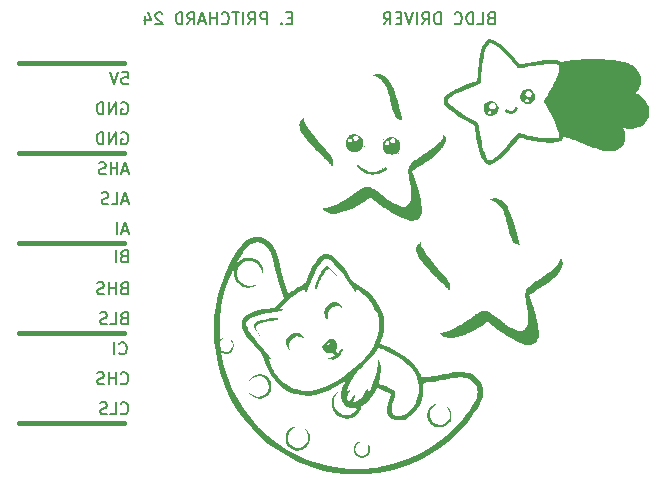
<source format=gbr>
%TF.GenerationSoftware,KiCad,Pcbnew,7.0.5*%
%TF.CreationDate,2024-12-02T20:01:48-05:00*%
%TF.ProjectId,eddie_bldc,65646469-655f-4626-9c64-632e6b696361,rev?*%
%TF.SameCoordinates,Original*%
%TF.FileFunction,Legend,Bot*%
%TF.FilePolarity,Positive*%
%FSLAX46Y46*%
G04 Gerber Fmt 4.6, Leading zero omitted, Abs format (unit mm)*
G04 Created by KiCad (PCBNEW 7.0.5) date 2024-12-02 20:01:48*
%MOMM*%
%LPD*%
G01*
G04 APERTURE LIST*
%ADD10C,0.150000*%
%ADD11C,0.450000*%
G04 APERTURE END LIST*
D10*
X50764887Y-17761009D02*
X50622030Y-17808628D01*
X50622030Y-17808628D02*
X50574411Y-17856247D01*
X50574411Y-17856247D02*
X50526792Y-17951485D01*
X50526792Y-17951485D02*
X50526792Y-18094342D01*
X50526792Y-18094342D02*
X50574411Y-18189580D01*
X50574411Y-18189580D02*
X50622030Y-18237200D01*
X50622030Y-18237200D02*
X50717268Y-18284819D01*
X50717268Y-18284819D02*
X51098220Y-18284819D01*
X51098220Y-18284819D02*
X51098220Y-17284819D01*
X51098220Y-17284819D02*
X50764887Y-17284819D01*
X50764887Y-17284819D02*
X50669649Y-17332438D01*
X50669649Y-17332438D02*
X50622030Y-17380057D01*
X50622030Y-17380057D02*
X50574411Y-17475295D01*
X50574411Y-17475295D02*
X50574411Y-17570533D01*
X50574411Y-17570533D02*
X50622030Y-17665771D01*
X50622030Y-17665771D02*
X50669649Y-17713390D01*
X50669649Y-17713390D02*
X50764887Y-17761009D01*
X50764887Y-17761009D02*
X51098220Y-17761009D01*
X49622030Y-18284819D02*
X50098220Y-18284819D01*
X50098220Y-18284819D02*
X50098220Y-17284819D01*
X49288696Y-18284819D02*
X49288696Y-17284819D01*
X49288696Y-17284819D02*
X49050601Y-17284819D01*
X49050601Y-17284819D02*
X48907744Y-17332438D01*
X48907744Y-17332438D02*
X48812506Y-17427676D01*
X48812506Y-17427676D02*
X48764887Y-17522914D01*
X48764887Y-17522914D02*
X48717268Y-17713390D01*
X48717268Y-17713390D02*
X48717268Y-17856247D01*
X48717268Y-17856247D02*
X48764887Y-18046723D01*
X48764887Y-18046723D02*
X48812506Y-18141961D01*
X48812506Y-18141961D02*
X48907744Y-18237200D01*
X48907744Y-18237200D02*
X49050601Y-18284819D01*
X49050601Y-18284819D02*
X49288696Y-18284819D01*
X47717268Y-18189580D02*
X47764887Y-18237200D01*
X47764887Y-18237200D02*
X47907744Y-18284819D01*
X47907744Y-18284819D02*
X48002982Y-18284819D01*
X48002982Y-18284819D02*
X48145839Y-18237200D01*
X48145839Y-18237200D02*
X48241077Y-18141961D01*
X48241077Y-18141961D02*
X48288696Y-18046723D01*
X48288696Y-18046723D02*
X48336315Y-17856247D01*
X48336315Y-17856247D02*
X48336315Y-17713390D01*
X48336315Y-17713390D02*
X48288696Y-17522914D01*
X48288696Y-17522914D02*
X48241077Y-17427676D01*
X48241077Y-17427676D02*
X48145839Y-17332438D01*
X48145839Y-17332438D02*
X48002982Y-17284819D01*
X48002982Y-17284819D02*
X47907744Y-17284819D01*
X47907744Y-17284819D02*
X47764887Y-17332438D01*
X47764887Y-17332438D02*
X47717268Y-17380057D01*
X46526791Y-18284819D02*
X46526791Y-17284819D01*
X46526791Y-17284819D02*
X46288696Y-17284819D01*
X46288696Y-17284819D02*
X46145839Y-17332438D01*
X46145839Y-17332438D02*
X46050601Y-17427676D01*
X46050601Y-17427676D02*
X46002982Y-17522914D01*
X46002982Y-17522914D02*
X45955363Y-17713390D01*
X45955363Y-17713390D02*
X45955363Y-17856247D01*
X45955363Y-17856247D02*
X46002982Y-18046723D01*
X46002982Y-18046723D02*
X46050601Y-18141961D01*
X46050601Y-18141961D02*
X46145839Y-18237200D01*
X46145839Y-18237200D02*
X46288696Y-18284819D01*
X46288696Y-18284819D02*
X46526791Y-18284819D01*
X44955363Y-18284819D02*
X45288696Y-17808628D01*
X45526791Y-18284819D02*
X45526791Y-17284819D01*
X45526791Y-17284819D02*
X45145839Y-17284819D01*
X45145839Y-17284819D02*
X45050601Y-17332438D01*
X45050601Y-17332438D02*
X45002982Y-17380057D01*
X45002982Y-17380057D02*
X44955363Y-17475295D01*
X44955363Y-17475295D02*
X44955363Y-17618152D01*
X44955363Y-17618152D02*
X45002982Y-17713390D01*
X45002982Y-17713390D02*
X45050601Y-17761009D01*
X45050601Y-17761009D02*
X45145839Y-17808628D01*
X45145839Y-17808628D02*
X45526791Y-17808628D01*
X44526791Y-18284819D02*
X44526791Y-17284819D01*
X44193458Y-17284819D02*
X43860125Y-18284819D01*
X43860125Y-18284819D02*
X43526792Y-17284819D01*
X43193458Y-17761009D02*
X42860125Y-17761009D01*
X42717268Y-18284819D02*
X43193458Y-18284819D01*
X43193458Y-18284819D02*
X43193458Y-17284819D01*
X43193458Y-17284819D02*
X42717268Y-17284819D01*
X41717268Y-18284819D02*
X42050601Y-17808628D01*
X42288696Y-18284819D02*
X42288696Y-17284819D01*
X42288696Y-17284819D02*
X41907744Y-17284819D01*
X41907744Y-17284819D02*
X41812506Y-17332438D01*
X41812506Y-17332438D02*
X41764887Y-17380057D01*
X41764887Y-17380057D02*
X41717268Y-17475295D01*
X41717268Y-17475295D02*
X41717268Y-17618152D01*
X41717268Y-17618152D02*
X41764887Y-17713390D01*
X41764887Y-17713390D02*
X41812506Y-17761009D01*
X41812506Y-17761009D02*
X41907744Y-17808628D01*
X41907744Y-17808628D02*
X42288696Y-17808628D01*
X33953220Y-17761009D02*
X33619887Y-17761009D01*
X33477030Y-18284819D02*
X33953220Y-18284819D01*
X33953220Y-18284819D02*
X33953220Y-17284819D01*
X33953220Y-17284819D02*
X33477030Y-17284819D01*
X33048458Y-18189580D02*
X33000839Y-18237200D01*
X33000839Y-18237200D02*
X33048458Y-18284819D01*
X33048458Y-18284819D02*
X33096077Y-18237200D01*
X33096077Y-18237200D02*
X33048458Y-18189580D01*
X33048458Y-18189580D02*
X33048458Y-18284819D01*
X31810363Y-18284819D02*
X31810363Y-17284819D01*
X31810363Y-17284819D02*
X31429411Y-17284819D01*
X31429411Y-17284819D02*
X31334173Y-17332438D01*
X31334173Y-17332438D02*
X31286554Y-17380057D01*
X31286554Y-17380057D02*
X31238935Y-17475295D01*
X31238935Y-17475295D02*
X31238935Y-17618152D01*
X31238935Y-17618152D02*
X31286554Y-17713390D01*
X31286554Y-17713390D02*
X31334173Y-17761009D01*
X31334173Y-17761009D02*
X31429411Y-17808628D01*
X31429411Y-17808628D02*
X31810363Y-17808628D01*
X30238935Y-18284819D02*
X30572268Y-17808628D01*
X30810363Y-18284819D02*
X30810363Y-17284819D01*
X30810363Y-17284819D02*
X30429411Y-17284819D01*
X30429411Y-17284819D02*
X30334173Y-17332438D01*
X30334173Y-17332438D02*
X30286554Y-17380057D01*
X30286554Y-17380057D02*
X30238935Y-17475295D01*
X30238935Y-17475295D02*
X30238935Y-17618152D01*
X30238935Y-17618152D02*
X30286554Y-17713390D01*
X30286554Y-17713390D02*
X30334173Y-17761009D01*
X30334173Y-17761009D02*
X30429411Y-17808628D01*
X30429411Y-17808628D02*
X30810363Y-17808628D01*
X29810363Y-18284819D02*
X29810363Y-17284819D01*
X29477030Y-17284819D02*
X28905602Y-17284819D01*
X29191316Y-18284819D02*
X29191316Y-17284819D01*
X28000840Y-18189580D02*
X28048459Y-18237200D01*
X28048459Y-18237200D02*
X28191316Y-18284819D01*
X28191316Y-18284819D02*
X28286554Y-18284819D01*
X28286554Y-18284819D02*
X28429411Y-18237200D01*
X28429411Y-18237200D02*
X28524649Y-18141961D01*
X28524649Y-18141961D02*
X28572268Y-18046723D01*
X28572268Y-18046723D02*
X28619887Y-17856247D01*
X28619887Y-17856247D02*
X28619887Y-17713390D01*
X28619887Y-17713390D02*
X28572268Y-17522914D01*
X28572268Y-17522914D02*
X28524649Y-17427676D01*
X28524649Y-17427676D02*
X28429411Y-17332438D01*
X28429411Y-17332438D02*
X28286554Y-17284819D01*
X28286554Y-17284819D02*
X28191316Y-17284819D01*
X28191316Y-17284819D02*
X28048459Y-17332438D01*
X28048459Y-17332438D02*
X28000840Y-17380057D01*
X27572268Y-18284819D02*
X27572268Y-17284819D01*
X27572268Y-17761009D02*
X27000840Y-17761009D01*
X27000840Y-18284819D02*
X27000840Y-17284819D01*
X26572268Y-17999104D02*
X26096078Y-17999104D01*
X26667506Y-18284819D02*
X26334173Y-17284819D01*
X26334173Y-17284819D02*
X26000840Y-18284819D01*
X25096078Y-18284819D02*
X25429411Y-17808628D01*
X25667506Y-18284819D02*
X25667506Y-17284819D01*
X25667506Y-17284819D02*
X25286554Y-17284819D01*
X25286554Y-17284819D02*
X25191316Y-17332438D01*
X25191316Y-17332438D02*
X25143697Y-17380057D01*
X25143697Y-17380057D02*
X25096078Y-17475295D01*
X25096078Y-17475295D02*
X25096078Y-17618152D01*
X25096078Y-17618152D02*
X25143697Y-17713390D01*
X25143697Y-17713390D02*
X25191316Y-17761009D01*
X25191316Y-17761009D02*
X25286554Y-17808628D01*
X25286554Y-17808628D02*
X25667506Y-17808628D01*
X24667506Y-18284819D02*
X24667506Y-17284819D01*
X24667506Y-17284819D02*
X24429411Y-17284819D01*
X24429411Y-17284819D02*
X24286554Y-17332438D01*
X24286554Y-17332438D02*
X24191316Y-17427676D01*
X24191316Y-17427676D02*
X24143697Y-17522914D01*
X24143697Y-17522914D02*
X24096078Y-17713390D01*
X24096078Y-17713390D02*
X24096078Y-17856247D01*
X24096078Y-17856247D02*
X24143697Y-18046723D01*
X24143697Y-18046723D02*
X24191316Y-18141961D01*
X24191316Y-18141961D02*
X24286554Y-18237200D01*
X24286554Y-18237200D02*
X24429411Y-18284819D01*
X24429411Y-18284819D02*
X24667506Y-18284819D01*
X22953220Y-17380057D02*
X22905601Y-17332438D01*
X22905601Y-17332438D02*
X22810363Y-17284819D01*
X22810363Y-17284819D02*
X22572268Y-17284819D01*
X22572268Y-17284819D02*
X22477030Y-17332438D01*
X22477030Y-17332438D02*
X22429411Y-17380057D01*
X22429411Y-17380057D02*
X22381792Y-17475295D01*
X22381792Y-17475295D02*
X22381792Y-17570533D01*
X22381792Y-17570533D02*
X22429411Y-17713390D01*
X22429411Y-17713390D02*
X23000839Y-18284819D01*
X23000839Y-18284819D02*
X22381792Y-18284819D01*
X21524649Y-17618152D02*
X21524649Y-18284819D01*
X21762744Y-17237200D02*
X22000839Y-17951485D01*
X22000839Y-17951485D02*
X21381792Y-17951485D01*
D11*
X19745000Y-52070000D02*
X10795000Y-52070000D01*
X19745000Y-44450000D02*
X10795000Y-44450000D01*
X19745000Y-36830000D02*
X10795000Y-36830000D01*
X19745000Y-29210000D02*
X10795000Y-29210000D01*
X19745000Y-21590000D02*
X10795000Y-21590000D01*
D10*
X19459410Y-51209580D02*
X19507029Y-51257200D01*
X19507029Y-51257200D02*
X19649886Y-51304819D01*
X19649886Y-51304819D02*
X19745124Y-51304819D01*
X19745124Y-51304819D02*
X19887981Y-51257200D01*
X19887981Y-51257200D02*
X19983219Y-51161961D01*
X19983219Y-51161961D02*
X20030838Y-51066723D01*
X20030838Y-51066723D02*
X20078457Y-50876247D01*
X20078457Y-50876247D02*
X20078457Y-50733390D01*
X20078457Y-50733390D02*
X20030838Y-50542914D01*
X20030838Y-50542914D02*
X19983219Y-50447676D01*
X19983219Y-50447676D02*
X19887981Y-50352438D01*
X19887981Y-50352438D02*
X19745124Y-50304819D01*
X19745124Y-50304819D02*
X19649886Y-50304819D01*
X19649886Y-50304819D02*
X19507029Y-50352438D01*
X19507029Y-50352438D02*
X19459410Y-50400057D01*
X18554648Y-51304819D02*
X19030838Y-51304819D01*
X19030838Y-51304819D02*
X19030838Y-50304819D01*
X18268933Y-51257200D02*
X18126076Y-51304819D01*
X18126076Y-51304819D02*
X17887981Y-51304819D01*
X17887981Y-51304819D02*
X17792743Y-51257200D01*
X17792743Y-51257200D02*
X17745124Y-51209580D01*
X17745124Y-51209580D02*
X17697505Y-51114342D01*
X17697505Y-51114342D02*
X17697505Y-51019104D01*
X17697505Y-51019104D02*
X17745124Y-50923866D01*
X17745124Y-50923866D02*
X17792743Y-50876247D01*
X17792743Y-50876247D02*
X17887981Y-50828628D01*
X17887981Y-50828628D02*
X18078457Y-50781009D01*
X18078457Y-50781009D02*
X18173695Y-50733390D01*
X18173695Y-50733390D02*
X18221314Y-50685771D01*
X18221314Y-50685771D02*
X18268933Y-50590533D01*
X18268933Y-50590533D02*
X18268933Y-50495295D01*
X18268933Y-50495295D02*
X18221314Y-50400057D01*
X18221314Y-50400057D02*
X18173695Y-50352438D01*
X18173695Y-50352438D02*
X18078457Y-50304819D01*
X18078457Y-50304819D02*
X17840362Y-50304819D01*
X17840362Y-50304819D02*
X17697505Y-50352438D01*
X19459410Y-48669580D02*
X19507029Y-48717200D01*
X19507029Y-48717200D02*
X19649886Y-48764819D01*
X19649886Y-48764819D02*
X19745124Y-48764819D01*
X19745124Y-48764819D02*
X19887981Y-48717200D01*
X19887981Y-48717200D02*
X19983219Y-48621961D01*
X19983219Y-48621961D02*
X20030838Y-48526723D01*
X20030838Y-48526723D02*
X20078457Y-48336247D01*
X20078457Y-48336247D02*
X20078457Y-48193390D01*
X20078457Y-48193390D02*
X20030838Y-48002914D01*
X20030838Y-48002914D02*
X19983219Y-47907676D01*
X19983219Y-47907676D02*
X19887981Y-47812438D01*
X19887981Y-47812438D02*
X19745124Y-47764819D01*
X19745124Y-47764819D02*
X19649886Y-47764819D01*
X19649886Y-47764819D02*
X19507029Y-47812438D01*
X19507029Y-47812438D02*
X19459410Y-47860057D01*
X19030838Y-48764819D02*
X19030838Y-47764819D01*
X19030838Y-48241009D02*
X18459410Y-48241009D01*
X18459410Y-48764819D02*
X18459410Y-47764819D01*
X18030838Y-48717200D02*
X17887981Y-48764819D01*
X17887981Y-48764819D02*
X17649886Y-48764819D01*
X17649886Y-48764819D02*
X17554648Y-48717200D01*
X17554648Y-48717200D02*
X17507029Y-48669580D01*
X17507029Y-48669580D02*
X17459410Y-48574342D01*
X17459410Y-48574342D02*
X17459410Y-48479104D01*
X17459410Y-48479104D02*
X17507029Y-48383866D01*
X17507029Y-48383866D02*
X17554648Y-48336247D01*
X17554648Y-48336247D02*
X17649886Y-48288628D01*
X17649886Y-48288628D02*
X17840362Y-48241009D01*
X17840362Y-48241009D02*
X17935600Y-48193390D01*
X17935600Y-48193390D02*
X17983219Y-48145771D01*
X17983219Y-48145771D02*
X18030838Y-48050533D01*
X18030838Y-48050533D02*
X18030838Y-47955295D01*
X18030838Y-47955295D02*
X17983219Y-47860057D01*
X17983219Y-47860057D02*
X17935600Y-47812438D01*
X17935600Y-47812438D02*
X17840362Y-47764819D01*
X17840362Y-47764819D02*
X17602267Y-47764819D01*
X17602267Y-47764819D02*
X17459410Y-47812438D01*
X19336310Y-46129580D02*
X19383929Y-46177200D01*
X19383929Y-46177200D02*
X19526786Y-46224819D01*
X19526786Y-46224819D02*
X19622024Y-46224819D01*
X19622024Y-46224819D02*
X19764881Y-46177200D01*
X19764881Y-46177200D02*
X19860119Y-46081961D01*
X19860119Y-46081961D02*
X19907738Y-45986723D01*
X19907738Y-45986723D02*
X19955357Y-45796247D01*
X19955357Y-45796247D02*
X19955357Y-45653390D01*
X19955357Y-45653390D02*
X19907738Y-45462914D01*
X19907738Y-45462914D02*
X19860119Y-45367676D01*
X19860119Y-45367676D02*
X19764881Y-45272438D01*
X19764881Y-45272438D02*
X19622024Y-45224819D01*
X19622024Y-45224819D02*
X19526786Y-45224819D01*
X19526786Y-45224819D02*
X19383929Y-45272438D01*
X19383929Y-45272438D02*
X19336310Y-45320057D01*
X18907738Y-46224819D02*
X18907738Y-45224819D01*
X19697505Y-40621009D02*
X19554648Y-40668628D01*
X19554648Y-40668628D02*
X19507029Y-40716247D01*
X19507029Y-40716247D02*
X19459410Y-40811485D01*
X19459410Y-40811485D02*
X19459410Y-40954342D01*
X19459410Y-40954342D02*
X19507029Y-41049580D01*
X19507029Y-41049580D02*
X19554648Y-41097200D01*
X19554648Y-41097200D02*
X19649886Y-41144819D01*
X19649886Y-41144819D02*
X20030838Y-41144819D01*
X20030838Y-41144819D02*
X20030838Y-40144819D01*
X20030838Y-40144819D02*
X19697505Y-40144819D01*
X19697505Y-40144819D02*
X19602267Y-40192438D01*
X19602267Y-40192438D02*
X19554648Y-40240057D01*
X19554648Y-40240057D02*
X19507029Y-40335295D01*
X19507029Y-40335295D02*
X19507029Y-40430533D01*
X19507029Y-40430533D02*
X19554648Y-40525771D01*
X19554648Y-40525771D02*
X19602267Y-40573390D01*
X19602267Y-40573390D02*
X19697505Y-40621009D01*
X19697505Y-40621009D02*
X20030838Y-40621009D01*
X19030838Y-41144819D02*
X19030838Y-40144819D01*
X19030838Y-40621009D02*
X18459410Y-40621009D01*
X18459410Y-41144819D02*
X18459410Y-40144819D01*
X18030838Y-41097200D02*
X17887981Y-41144819D01*
X17887981Y-41144819D02*
X17649886Y-41144819D01*
X17649886Y-41144819D02*
X17554648Y-41097200D01*
X17554648Y-41097200D02*
X17507029Y-41049580D01*
X17507029Y-41049580D02*
X17459410Y-40954342D01*
X17459410Y-40954342D02*
X17459410Y-40859104D01*
X17459410Y-40859104D02*
X17507029Y-40763866D01*
X17507029Y-40763866D02*
X17554648Y-40716247D01*
X17554648Y-40716247D02*
X17649886Y-40668628D01*
X17649886Y-40668628D02*
X17840362Y-40621009D01*
X17840362Y-40621009D02*
X17935600Y-40573390D01*
X17935600Y-40573390D02*
X17983219Y-40525771D01*
X17983219Y-40525771D02*
X18030838Y-40430533D01*
X18030838Y-40430533D02*
X18030838Y-40335295D01*
X18030838Y-40335295D02*
X17983219Y-40240057D01*
X17983219Y-40240057D02*
X17935600Y-40192438D01*
X17935600Y-40192438D02*
X17840362Y-40144819D01*
X17840362Y-40144819D02*
X17602267Y-40144819D01*
X17602267Y-40144819D02*
X17459410Y-40192438D01*
X19697505Y-43161009D02*
X19554648Y-43208628D01*
X19554648Y-43208628D02*
X19507029Y-43256247D01*
X19507029Y-43256247D02*
X19459410Y-43351485D01*
X19459410Y-43351485D02*
X19459410Y-43494342D01*
X19459410Y-43494342D02*
X19507029Y-43589580D01*
X19507029Y-43589580D02*
X19554648Y-43637200D01*
X19554648Y-43637200D02*
X19649886Y-43684819D01*
X19649886Y-43684819D02*
X20030838Y-43684819D01*
X20030838Y-43684819D02*
X20030838Y-42684819D01*
X20030838Y-42684819D02*
X19697505Y-42684819D01*
X19697505Y-42684819D02*
X19602267Y-42732438D01*
X19602267Y-42732438D02*
X19554648Y-42780057D01*
X19554648Y-42780057D02*
X19507029Y-42875295D01*
X19507029Y-42875295D02*
X19507029Y-42970533D01*
X19507029Y-42970533D02*
X19554648Y-43065771D01*
X19554648Y-43065771D02*
X19602267Y-43113390D01*
X19602267Y-43113390D02*
X19697505Y-43161009D01*
X19697505Y-43161009D02*
X20030838Y-43161009D01*
X18554648Y-43684819D02*
X19030838Y-43684819D01*
X19030838Y-43684819D02*
X19030838Y-42684819D01*
X18268933Y-43637200D02*
X18126076Y-43684819D01*
X18126076Y-43684819D02*
X17887981Y-43684819D01*
X17887981Y-43684819D02*
X17792743Y-43637200D01*
X17792743Y-43637200D02*
X17745124Y-43589580D01*
X17745124Y-43589580D02*
X17697505Y-43494342D01*
X17697505Y-43494342D02*
X17697505Y-43399104D01*
X17697505Y-43399104D02*
X17745124Y-43303866D01*
X17745124Y-43303866D02*
X17792743Y-43256247D01*
X17792743Y-43256247D02*
X17887981Y-43208628D01*
X17887981Y-43208628D02*
X18078457Y-43161009D01*
X18078457Y-43161009D02*
X18173695Y-43113390D01*
X18173695Y-43113390D02*
X18221314Y-43065771D01*
X18221314Y-43065771D02*
X18268933Y-42970533D01*
X18268933Y-42970533D02*
X18268933Y-42875295D01*
X18268933Y-42875295D02*
X18221314Y-42780057D01*
X18221314Y-42780057D02*
X18173695Y-42732438D01*
X18173695Y-42732438D02*
X18078457Y-42684819D01*
X18078457Y-42684819D02*
X17840362Y-42684819D01*
X17840362Y-42684819D02*
X17697505Y-42732438D01*
X19697505Y-37910200D02*
X19554648Y-37957819D01*
X19554648Y-37957819D02*
X19507029Y-38005438D01*
X19507029Y-38005438D02*
X19459410Y-38100676D01*
X19459410Y-38100676D02*
X19459410Y-38243533D01*
X19459410Y-38243533D02*
X19507029Y-38338771D01*
X19507029Y-38338771D02*
X19554648Y-38386391D01*
X19554648Y-38386391D02*
X19649886Y-38434010D01*
X19649886Y-38434010D02*
X20030838Y-38434010D01*
X20030838Y-38434010D02*
X20030838Y-37434010D01*
X20030838Y-37434010D02*
X19697505Y-37434010D01*
X19697505Y-37434010D02*
X19602267Y-37481629D01*
X19602267Y-37481629D02*
X19554648Y-37529248D01*
X19554648Y-37529248D02*
X19507029Y-37624486D01*
X19507029Y-37624486D02*
X19507029Y-37719724D01*
X19507029Y-37719724D02*
X19554648Y-37814962D01*
X19554648Y-37814962D02*
X19602267Y-37862581D01*
X19602267Y-37862581D02*
X19697505Y-37910200D01*
X19697505Y-37910200D02*
X20030838Y-37910200D01*
X19030838Y-38434010D02*
X19030838Y-37434010D01*
X20078457Y-35779104D02*
X19602267Y-35779104D01*
X20173695Y-36064819D02*
X19840362Y-35064819D01*
X19840362Y-35064819D02*
X19507029Y-36064819D01*
X19173695Y-36064819D02*
X19173695Y-35064819D01*
X20078457Y-33239104D02*
X19602267Y-33239104D01*
X20173695Y-33524819D02*
X19840362Y-32524819D01*
X19840362Y-32524819D02*
X19507029Y-33524819D01*
X18697505Y-33524819D02*
X19173695Y-33524819D01*
X19173695Y-33524819D02*
X19173695Y-32524819D01*
X18411790Y-33477200D02*
X18268933Y-33524819D01*
X18268933Y-33524819D02*
X18030838Y-33524819D01*
X18030838Y-33524819D02*
X17935600Y-33477200D01*
X17935600Y-33477200D02*
X17887981Y-33429580D01*
X17887981Y-33429580D02*
X17840362Y-33334342D01*
X17840362Y-33334342D02*
X17840362Y-33239104D01*
X17840362Y-33239104D02*
X17887981Y-33143866D01*
X17887981Y-33143866D02*
X17935600Y-33096247D01*
X17935600Y-33096247D02*
X18030838Y-33048628D01*
X18030838Y-33048628D02*
X18221314Y-33001009D01*
X18221314Y-33001009D02*
X18316552Y-32953390D01*
X18316552Y-32953390D02*
X18364171Y-32905771D01*
X18364171Y-32905771D02*
X18411790Y-32810533D01*
X18411790Y-32810533D02*
X18411790Y-32715295D01*
X18411790Y-32715295D02*
X18364171Y-32620057D01*
X18364171Y-32620057D02*
X18316552Y-32572438D01*
X18316552Y-32572438D02*
X18221314Y-32524819D01*
X18221314Y-32524819D02*
X17983219Y-32524819D01*
X17983219Y-32524819D02*
X17840362Y-32572438D01*
X20078457Y-30699104D02*
X19602267Y-30699104D01*
X20173695Y-30984819D02*
X19840362Y-29984819D01*
X19840362Y-29984819D02*
X19507029Y-30984819D01*
X19173695Y-30984819D02*
X19173695Y-29984819D01*
X19173695Y-30461009D02*
X18602267Y-30461009D01*
X18602267Y-30984819D02*
X18602267Y-29984819D01*
X18173695Y-30937200D02*
X18030838Y-30984819D01*
X18030838Y-30984819D02*
X17792743Y-30984819D01*
X17792743Y-30984819D02*
X17697505Y-30937200D01*
X17697505Y-30937200D02*
X17649886Y-30889580D01*
X17649886Y-30889580D02*
X17602267Y-30794342D01*
X17602267Y-30794342D02*
X17602267Y-30699104D01*
X17602267Y-30699104D02*
X17649886Y-30603866D01*
X17649886Y-30603866D02*
X17697505Y-30556247D01*
X17697505Y-30556247D02*
X17792743Y-30508628D01*
X17792743Y-30508628D02*
X17983219Y-30461009D01*
X17983219Y-30461009D02*
X18078457Y-30413390D01*
X18078457Y-30413390D02*
X18126076Y-30365771D01*
X18126076Y-30365771D02*
X18173695Y-30270533D01*
X18173695Y-30270533D02*
X18173695Y-30175295D01*
X18173695Y-30175295D02*
X18126076Y-30080057D01*
X18126076Y-30080057D02*
X18078457Y-30032438D01*
X18078457Y-30032438D02*
X17983219Y-29984819D01*
X17983219Y-29984819D02*
X17745124Y-29984819D01*
X17745124Y-29984819D02*
X17602267Y-30032438D01*
X19507029Y-27492438D02*
X19602267Y-27444819D01*
X19602267Y-27444819D02*
X19745124Y-27444819D01*
X19745124Y-27444819D02*
X19887981Y-27492438D01*
X19887981Y-27492438D02*
X19983219Y-27587676D01*
X19983219Y-27587676D02*
X20030838Y-27682914D01*
X20030838Y-27682914D02*
X20078457Y-27873390D01*
X20078457Y-27873390D02*
X20078457Y-28016247D01*
X20078457Y-28016247D02*
X20030838Y-28206723D01*
X20030838Y-28206723D02*
X19983219Y-28301961D01*
X19983219Y-28301961D02*
X19887981Y-28397200D01*
X19887981Y-28397200D02*
X19745124Y-28444819D01*
X19745124Y-28444819D02*
X19649886Y-28444819D01*
X19649886Y-28444819D02*
X19507029Y-28397200D01*
X19507029Y-28397200D02*
X19459410Y-28349580D01*
X19459410Y-28349580D02*
X19459410Y-28016247D01*
X19459410Y-28016247D02*
X19649886Y-28016247D01*
X19030838Y-28444819D02*
X19030838Y-27444819D01*
X19030838Y-27444819D02*
X18459410Y-28444819D01*
X18459410Y-28444819D02*
X18459410Y-27444819D01*
X17983219Y-28444819D02*
X17983219Y-27444819D01*
X17983219Y-27444819D02*
X17745124Y-27444819D01*
X17745124Y-27444819D02*
X17602267Y-27492438D01*
X17602267Y-27492438D02*
X17507029Y-27587676D01*
X17507029Y-27587676D02*
X17459410Y-27682914D01*
X17459410Y-27682914D02*
X17411791Y-27873390D01*
X17411791Y-27873390D02*
X17411791Y-28016247D01*
X17411791Y-28016247D02*
X17459410Y-28206723D01*
X17459410Y-28206723D02*
X17507029Y-28301961D01*
X17507029Y-28301961D02*
X17602267Y-28397200D01*
X17602267Y-28397200D02*
X17745124Y-28444819D01*
X17745124Y-28444819D02*
X17983219Y-28444819D01*
X19507029Y-24952438D02*
X19602267Y-24904819D01*
X19602267Y-24904819D02*
X19745124Y-24904819D01*
X19745124Y-24904819D02*
X19887981Y-24952438D01*
X19887981Y-24952438D02*
X19983219Y-25047676D01*
X19983219Y-25047676D02*
X20030838Y-25142914D01*
X20030838Y-25142914D02*
X20078457Y-25333390D01*
X20078457Y-25333390D02*
X20078457Y-25476247D01*
X20078457Y-25476247D02*
X20030838Y-25666723D01*
X20030838Y-25666723D02*
X19983219Y-25761961D01*
X19983219Y-25761961D02*
X19887981Y-25857200D01*
X19887981Y-25857200D02*
X19745124Y-25904819D01*
X19745124Y-25904819D02*
X19649886Y-25904819D01*
X19649886Y-25904819D02*
X19507029Y-25857200D01*
X19507029Y-25857200D02*
X19459410Y-25809580D01*
X19459410Y-25809580D02*
X19459410Y-25476247D01*
X19459410Y-25476247D02*
X19649886Y-25476247D01*
X19030838Y-25904819D02*
X19030838Y-24904819D01*
X19030838Y-24904819D02*
X18459410Y-25904819D01*
X18459410Y-25904819D02*
X18459410Y-24904819D01*
X17983219Y-25904819D02*
X17983219Y-24904819D01*
X17983219Y-24904819D02*
X17745124Y-24904819D01*
X17745124Y-24904819D02*
X17602267Y-24952438D01*
X17602267Y-24952438D02*
X17507029Y-25047676D01*
X17507029Y-25047676D02*
X17459410Y-25142914D01*
X17459410Y-25142914D02*
X17411791Y-25333390D01*
X17411791Y-25333390D02*
X17411791Y-25476247D01*
X17411791Y-25476247D02*
X17459410Y-25666723D01*
X17459410Y-25666723D02*
X17507029Y-25761961D01*
X17507029Y-25761961D02*
X17602267Y-25857200D01*
X17602267Y-25857200D02*
X17745124Y-25904819D01*
X17745124Y-25904819D02*
X17983219Y-25904819D01*
X19554648Y-22364819D02*
X20030838Y-22364819D01*
X20030838Y-22364819D02*
X20078457Y-22841009D01*
X20078457Y-22841009D02*
X20030838Y-22793390D01*
X20030838Y-22793390D02*
X19935600Y-22745771D01*
X19935600Y-22745771D02*
X19697505Y-22745771D01*
X19697505Y-22745771D02*
X19602267Y-22793390D01*
X19602267Y-22793390D02*
X19554648Y-22841009D01*
X19554648Y-22841009D02*
X19507029Y-22936247D01*
X19507029Y-22936247D02*
X19507029Y-23174342D01*
X19507029Y-23174342D02*
X19554648Y-23269580D01*
X19554648Y-23269580D02*
X19602267Y-23317200D01*
X19602267Y-23317200D02*
X19697505Y-23364819D01*
X19697505Y-23364819D02*
X19935600Y-23364819D01*
X19935600Y-23364819D02*
X20030838Y-23317200D01*
X20030838Y-23317200D02*
X20078457Y-23269580D01*
X19221314Y-22364819D02*
X18887981Y-23364819D01*
X18887981Y-23364819D02*
X18554648Y-22364819D01*
%TO.C,G\u002A\u002A\u002A*%
G36*
X53011168Y-25263186D02*
G01*
X53037958Y-25295731D01*
X53047632Y-25360545D01*
X53029931Y-25482474D01*
X52964562Y-25602806D01*
X52862799Y-25711402D01*
X52735913Y-25798123D01*
X52595174Y-25852830D01*
X52484872Y-25866758D01*
X52386073Y-25850111D01*
X52259965Y-25804619D01*
X52185502Y-25769262D01*
X52079928Y-25710082D01*
X52019044Y-25662039D01*
X51991764Y-25615389D01*
X51987842Y-25595494D01*
X51998748Y-25520325D01*
X52026667Y-25479572D01*
X52059053Y-25462693D01*
X52103676Y-25465197D01*
X52173976Y-25490248D01*
X52279299Y-25539026D01*
X52385114Y-25588766D01*
X52455519Y-25614841D01*
X52508282Y-25620397D01*
X52561169Y-25608580D01*
X52597801Y-25595421D01*
X52679284Y-25552166D01*
X52742441Y-25482852D01*
X52787867Y-25404518D01*
X52837388Y-25317444D01*
X52879445Y-25272703D01*
X52928465Y-25257239D01*
X52951642Y-25256324D01*
X53011168Y-25263186D01*
G37*
G36*
X50896771Y-24778549D02*
G01*
X51080840Y-24838224D01*
X51233981Y-24939751D01*
X51346957Y-25076432D01*
X51416969Y-25237059D01*
X51441221Y-25410427D01*
X51416918Y-25585328D01*
X51341261Y-25750556D01*
X51317092Y-25784967D01*
X51182297Y-25917770D01*
X51018868Y-26005637D01*
X50839103Y-26045715D01*
X50655304Y-26035152D01*
X50490280Y-25976725D01*
X50369316Y-25888851D01*
X50263735Y-25767081D01*
X50262267Y-25764919D01*
X50252197Y-25748504D01*
X50523416Y-25748504D01*
X50547572Y-25818505D01*
X50558550Y-25831025D01*
X50625927Y-25863850D01*
X50707141Y-25861858D01*
X50774486Y-25828018D01*
X50791415Y-25806079D01*
X50809473Y-25717059D01*
X50775636Y-25636054D01*
X50727245Y-25596615D01*
X50653596Y-25584277D01*
X50587616Y-25615843D01*
X50540494Y-25675768D01*
X50523416Y-25748504D01*
X50252197Y-25748504D01*
X50206965Y-25674769D01*
X50177735Y-25595928D01*
X50166683Y-25500963D01*
X50165491Y-25428679D01*
X50179978Y-25251839D01*
X50183246Y-25242308D01*
X50658963Y-25242308D01*
X50668931Y-25278808D01*
X50732862Y-25373512D01*
X50828487Y-25432086D01*
X50938817Y-25450953D01*
X51046863Y-25426536D01*
X51119940Y-25373755D01*
X51180829Y-25271201D01*
X51194144Y-25156470D01*
X51160425Y-25047989D01*
X51108581Y-24985169D01*
X51002331Y-24924959D01*
X50887340Y-24922315D01*
X50791815Y-24958034D01*
X50711587Y-25029773D01*
X50664294Y-25132385D01*
X50658963Y-25242308D01*
X50183246Y-25242308D01*
X50228471Y-25110430D01*
X50318519Y-24986526D01*
X50374885Y-24931456D01*
X50534607Y-24823835D01*
X50710228Y-24772647D01*
X50896771Y-24778549D01*
G37*
G36*
X54098403Y-23786562D02*
G01*
X54261589Y-23863317D01*
X54388908Y-23978552D01*
X54478750Y-24122029D01*
X54529503Y-24283510D01*
X54539557Y-24452758D01*
X54507301Y-24619535D01*
X54431123Y-24773605D01*
X54309413Y-24904730D01*
X54278064Y-24928291D01*
X54198394Y-24977906D01*
X54120867Y-25006518D01*
X54022094Y-25020806D01*
X53937881Y-25025484D01*
X53792310Y-25024729D01*
X53689235Y-25007697D01*
X53634541Y-24985209D01*
X53469682Y-24866349D01*
X53368020Y-24739698D01*
X53708984Y-24739698D01*
X53731445Y-24824029D01*
X53788399Y-24870646D01*
X53864203Y-24873976D01*
X53943213Y-24828448D01*
X53947202Y-24824554D01*
X53995260Y-24767904D01*
X54000060Y-24720966D01*
X53963641Y-24657157D01*
X53960402Y-24652516D01*
X53892630Y-24594834D01*
X53818119Y-24586451D01*
X53753123Y-24621730D01*
X53713898Y-24695036D01*
X53708984Y-24739698D01*
X53368020Y-24739698D01*
X53351314Y-24718886D01*
X53282437Y-24550981D01*
X53266048Y-24370795D01*
X53298425Y-24218164D01*
X53711663Y-24218164D01*
X53751865Y-24325530D01*
X53796025Y-24380186D01*
X53899724Y-24451413D01*
X54008067Y-24463368D01*
X54119472Y-24416007D01*
X54153358Y-24390137D01*
X54226178Y-24296717D01*
X54250146Y-24192023D01*
X54230258Y-24089715D01*
X54171514Y-24003450D01*
X54078912Y-23946889D01*
X53985777Y-23932183D01*
X53862593Y-23957170D01*
X53772318Y-24021491D01*
X53720245Y-24112653D01*
X53711663Y-24218164D01*
X53298425Y-24218164D01*
X53305144Y-24186490D01*
X53324171Y-24140213D01*
X53388987Y-24015798D01*
X53460031Y-23929805D01*
X53556572Y-23862543D01*
X53634541Y-23823086D01*
X53802107Y-23765320D01*
X53963253Y-23758174D01*
X54098403Y-23786562D01*
G37*
G36*
X50928174Y-19598528D02*
G01*
X51135654Y-19691169D01*
X51372162Y-19834987D01*
X51550133Y-19962356D01*
X51690094Y-20074977D01*
X51860599Y-20223672D01*
X52052771Y-20399872D01*
X52257733Y-20595013D01*
X52466608Y-20800526D01*
X52670518Y-21007846D01*
X52860587Y-21208405D01*
X52997506Y-21359123D01*
X53291376Y-21690293D01*
X53462959Y-21648817D01*
X53948020Y-21540528D01*
X54424942Y-21451437D01*
X54883454Y-21382987D01*
X55313284Y-21336622D01*
X55704160Y-21313786D01*
X55861916Y-21311566D01*
X56091150Y-21315138D01*
X56272583Y-21326023D01*
X56417693Y-21345806D01*
X56537957Y-21376069D01*
X56644854Y-21418396D01*
X56648330Y-21420037D01*
X56689183Y-21436964D01*
X56732769Y-21446592D01*
X56789482Y-21448338D01*
X56869716Y-21441621D01*
X56983866Y-21425859D01*
X57142327Y-21400468D01*
X57215901Y-21388245D01*
X57688697Y-21319047D01*
X58163752Y-21269882D01*
X58655497Y-21239811D01*
X59178358Y-21227896D01*
X59634658Y-21230910D01*
X60215780Y-21250087D01*
X60749018Y-21285761D01*
X61232857Y-21337675D01*
X61665780Y-21405571D01*
X62046272Y-21489191D01*
X62372819Y-21588278D01*
X62643904Y-21702573D01*
X62750075Y-21760491D01*
X62973389Y-21924465D01*
X63169117Y-22129695D01*
X63328078Y-22363834D01*
X63441090Y-22614536D01*
X63476267Y-22736911D01*
X63499841Y-22927682D01*
X63492691Y-23143268D01*
X63456833Y-23358739D01*
X63414503Y-23499466D01*
X63364837Y-23612953D01*
X63299137Y-23736753D01*
X63226447Y-23856430D01*
X63155808Y-23957547D01*
X63096266Y-24025669D01*
X63074437Y-24042323D01*
X63065926Y-24063053D01*
X63095488Y-24099438D01*
X63168108Y-24156225D01*
X63260713Y-24219639D01*
X63497450Y-24397611D01*
X63711448Y-24599106D01*
X63894510Y-24814293D01*
X64038439Y-25033341D01*
X64135038Y-25246421D01*
X64146238Y-25281597D01*
X64203399Y-25571286D01*
X64202341Y-25853847D01*
X64144188Y-26124820D01*
X64030064Y-26379742D01*
X63861093Y-26614151D01*
X63792171Y-26687562D01*
X63562009Y-26876951D01*
X63303060Y-27016059D01*
X63020181Y-27103747D01*
X62718225Y-27138875D01*
X62402049Y-27120305D01*
X62159190Y-27070635D01*
X62068191Y-27047300D01*
X62001938Y-27031948D01*
X61980987Y-27028425D01*
X61981045Y-27052468D01*
X62002576Y-27115191D01*
X62032495Y-27184402D01*
X62124250Y-27446884D01*
X62160797Y-27723051D01*
X62157415Y-27891612D01*
X62112332Y-28171141D01*
X62019859Y-28416838D01*
X61881754Y-28626296D01*
X61699777Y-28797107D01*
X61475686Y-28926865D01*
X61370724Y-28968097D01*
X61274581Y-28998359D01*
X61183752Y-29018431D01*
X61082036Y-29030184D01*
X60953231Y-29035490D01*
X60781139Y-29036221D01*
X60781083Y-29036220D01*
X60611986Y-29034085D01*
X60481438Y-29027445D01*
X60368447Y-29013202D01*
X60252025Y-28988257D01*
X60111180Y-28949512D01*
X60029055Y-28925197D01*
X59856528Y-28870021D01*
X59654285Y-28799836D01*
X59447157Y-28723535D01*
X59259977Y-28650013D01*
X59254846Y-28647909D01*
X59068764Y-28571441D01*
X58862959Y-28486790D01*
X58662204Y-28404146D01*
X58491266Y-28333704D01*
X58488234Y-28332454D01*
X58393413Y-28294964D01*
X58262347Y-28245413D01*
X58103901Y-28186937D01*
X57926939Y-28122672D01*
X57740325Y-28055752D01*
X57552922Y-27989314D01*
X57373595Y-27926492D01*
X57211208Y-27870422D01*
X57074625Y-27824239D01*
X56972710Y-27791079D01*
X56914327Y-27774077D01*
X56905202Y-27772503D01*
X56897468Y-27797936D01*
X56895151Y-27842542D01*
X56870169Y-27937900D01*
X56803839Y-28040742D01*
X56709080Y-28134025D01*
X56638129Y-28181588D01*
X56474316Y-28245306D01*
X56257835Y-28285476D01*
X55990661Y-28302234D01*
X55674769Y-28295716D01*
X55312134Y-28266057D01*
X54904730Y-28213392D01*
X54454534Y-28137858D01*
X53963519Y-28039590D01*
X53691390Y-27979249D01*
X53540802Y-27944452D01*
X53409935Y-27913534D01*
X53310316Y-27889268D01*
X53253470Y-27874430D01*
X53246072Y-27872079D01*
X53215305Y-27888888D01*
X53156494Y-27944360D01*
X53077913Y-28029961D01*
X52987839Y-28137158D01*
X52982181Y-28144175D01*
X52806303Y-28357675D01*
X52612404Y-28584156D01*
X52410413Y-28812636D01*
X52210261Y-29032137D01*
X52021875Y-29231681D01*
X51855187Y-29400287D01*
X51786125Y-29466698D01*
X51519115Y-29705411D01*
X51279102Y-29893280D01*
X51064010Y-30031439D01*
X50871767Y-30121020D01*
X50700297Y-30163157D01*
X50547527Y-30158983D01*
X50527123Y-30154676D01*
X50419874Y-30104397D01*
X50304992Y-30007746D01*
X50192409Y-29875254D01*
X50092056Y-29717456D01*
X50064470Y-29663995D01*
X49976173Y-29457283D01*
X49886897Y-29200159D01*
X49798961Y-28901673D01*
X49714684Y-28570876D01*
X49636385Y-28216820D01*
X49566381Y-27848554D01*
X49511230Y-27504507D01*
X49480990Y-27293312D01*
X49457364Y-27132408D01*
X49436594Y-27013438D01*
X49414926Y-26928049D01*
X49388602Y-26867885D01*
X49353868Y-26824592D01*
X49306966Y-26789815D01*
X49244141Y-26755199D01*
X49161637Y-26712389D01*
X49153064Y-26707819D01*
X48796087Y-26510902D01*
X48452800Y-26310066D01*
X48129793Y-26109695D01*
X47833652Y-25914172D01*
X47570964Y-25727881D01*
X47348318Y-25555206D01*
X47172300Y-25400528D01*
X47138489Y-25367339D01*
X46966216Y-25176095D01*
X46849505Y-25002131D01*
X46788549Y-24840789D01*
X46785864Y-24758460D01*
X47128211Y-24758460D01*
X47154374Y-24848469D01*
X47230023Y-24960910D01*
X47350890Y-25092569D01*
X47512712Y-25240232D01*
X47711223Y-25400684D01*
X47942158Y-25570711D01*
X48201253Y-25747099D01*
X48484242Y-25926634D01*
X48786860Y-26106101D01*
X49104843Y-26282286D01*
X49254967Y-26361275D01*
X49445751Y-26463427D01*
X49583641Y-26545324D01*
X49671144Y-26608565D01*
X49709019Y-26651108D01*
X49728428Y-26710018D01*
X49751329Y-26813112D01*
X49774736Y-26945371D01*
X49793940Y-27078270D01*
X49852876Y-27491392D01*
X49920741Y-27891164D01*
X49995862Y-28270608D01*
X50076565Y-28622744D01*
X50161177Y-28940597D01*
X50248025Y-29217188D01*
X50335436Y-29445540D01*
X50388844Y-29559184D01*
X50450929Y-29659649D01*
X50522605Y-29746832D01*
X50591120Y-29807119D01*
X50639818Y-29827133D01*
X50692183Y-29814341D01*
X50777881Y-29780919D01*
X50871358Y-29737492D01*
X51035863Y-29638726D01*
X51227990Y-29494596D01*
X51443073Y-29309773D01*
X51676441Y-29088934D01*
X51923427Y-28836752D01*
X52179362Y-28557901D01*
X52439576Y-28257055D01*
X52699402Y-27938888D01*
X52813908Y-27792659D01*
X52931536Y-27644341D01*
X53023038Y-27540859D01*
X53095643Y-27477710D01*
X53156576Y-27450390D01*
X53213065Y-27454397D01*
X53272336Y-27485227D01*
X53288713Y-27496800D01*
X53346543Y-27527576D01*
X53443529Y-27562539D01*
X53583838Y-27602819D01*
X53771638Y-27649544D01*
X54011097Y-27703843D01*
X54215198Y-27747704D01*
X54615674Y-27825792D01*
X54980536Y-27882322D01*
X55328676Y-27919734D01*
X55678984Y-27940466D01*
X55718949Y-27941849D01*
X55958223Y-27946914D01*
X56145816Y-27944190D01*
X56289207Y-27932738D01*
X56395873Y-27911615D01*
X56473293Y-27879882D01*
X56525211Y-27840416D01*
X56560120Y-27765494D01*
X56564970Y-27644901D01*
X56541546Y-27483291D01*
X56491632Y-27285317D01*
X56417014Y-27055634D01*
X56319477Y-26798896D01*
X56200806Y-26519756D01*
X56062787Y-26222869D01*
X55907205Y-25912888D01*
X55735845Y-25594467D01*
X55550492Y-25272261D01*
X55521409Y-25223586D01*
X55439640Y-25083649D01*
X55370310Y-24957816D01*
X55318870Y-24856555D01*
X55290773Y-24790331D01*
X55287179Y-24773951D01*
X55304016Y-24714985D01*
X55346569Y-24634852D01*
X55371140Y-24598248D01*
X55478503Y-24438809D01*
X55602941Y-24235948D01*
X55738483Y-24001031D01*
X55879161Y-23745422D01*
X56019005Y-23480485D01*
X56152045Y-23217585D01*
X56272311Y-22968085D01*
X56373835Y-22743351D01*
X56450645Y-22554747D01*
X56464493Y-22516817D01*
X56531125Y-22305378D01*
X56574325Y-22116207D01*
X56593183Y-21956991D01*
X56586791Y-21835420D01*
X56554239Y-21759184D01*
X56554100Y-21759031D01*
X56472373Y-21707006D01*
X56338578Y-21669682D01*
X56158266Y-21646690D01*
X55936985Y-21637664D01*
X55680285Y-21642236D01*
X55393716Y-21660039D01*
X55082827Y-21690705D01*
X54753168Y-21733868D01*
X54410289Y-21789160D01*
X54059739Y-21856215D01*
X53707067Y-21934663D01*
X53634541Y-21952235D01*
X53469806Y-21992209D01*
X53349462Y-22015494D01*
X53259775Y-22018357D01*
X53187006Y-21997063D01*
X53117421Y-21947881D01*
X53037282Y-21867077D01*
X52945417Y-21764941D01*
X52567504Y-21351294D01*
X52219823Y-20988701D01*
X51902399Y-20677182D01*
X51615254Y-20416754D01*
X51358412Y-20207438D01*
X51131896Y-20049253D01*
X50935729Y-19942218D01*
X50769935Y-19886353D01*
X50664682Y-19878101D01*
X50599502Y-19911177D01*
X50530525Y-19999060D01*
X50459167Y-20137230D01*
X50386840Y-20321167D01*
X50314959Y-20546350D01*
X50244937Y-20808260D01*
X50178188Y-21102377D01*
X50116124Y-21424182D01*
X50060161Y-21769154D01*
X50048933Y-21846828D01*
X50026924Y-22015089D01*
X50004395Y-22209368D01*
X49982597Y-22416360D01*
X49962783Y-22622761D01*
X49946207Y-22815264D01*
X49934119Y-22980565D01*
X49927774Y-23105360D01*
X49927125Y-23140647D01*
X49912701Y-23214438D01*
X49865708Y-23280976D01*
X49779991Y-23344595D01*
X49649393Y-23409629D01*
X49467760Y-23480411D01*
X49421059Y-23496934D01*
X48987166Y-23655345D01*
X48583731Y-23816668D01*
X48217000Y-23978077D01*
X47893218Y-24136750D01*
X47618629Y-24289864D01*
X47495810Y-24367375D01*
X47380150Y-24453383D01*
X47275287Y-24547903D01*
X47191715Y-24639768D01*
X47139929Y-24717813D01*
X47128211Y-24758460D01*
X46785864Y-24758460D01*
X46783546Y-24687407D01*
X46834691Y-24537325D01*
X46942179Y-24385883D01*
X47106206Y-24228420D01*
X47189118Y-24161601D01*
X47352655Y-24048592D01*
X47564970Y-23923243D01*
X47817573Y-23789543D01*
X48101971Y-23651483D01*
X48409672Y-23513054D01*
X48732183Y-23378247D01*
X49061013Y-23251051D01*
X49334350Y-23153539D01*
X49618835Y-23056211D01*
X49655468Y-22592962D01*
X49697983Y-22144694D01*
X49752725Y-21713375D01*
X49818317Y-21305619D01*
X49893388Y-20928043D01*
X49976562Y-20587262D01*
X50066466Y-20289892D01*
X50161725Y-20042549D01*
X50203553Y-19954083D01*
X50279928Y-19832958D01*
X50377575Y-19719405D01*
X50481966Y-19627706D01*
X50578573Y-19572146D01*
X50598309Y-19565945D01*
X50749225Y-19556855D01*
X50928174Y-19598528D01*
G37*
G36*
X43002906Y-28056632D02*
G01*
X42989947Y-28069591D01*
X42976988Y-28056632D01*
X42989947Y-28043673D01*
X43002906Y-28056632D01*
G37*
G36*
X42795559Y-27875204D02*
G01*
X42782600Y-27888163D01*
X42769641Y-27875204D01*
X42782600Y-27862244D01*
X42795559Y-27875204D01*
G37*
G36*
X42743723Y-27849285D02*
G01*
X42730763Y-27862244D01*
X42717804Y-27849285D01*
X42730763Y-27836326D01*
X42743723Y-27849285D01*
G37*
G36*
X42665967Y-27823367D02*
G01*
X42653008Y-27836326D01*
X42640049Y-27823367D01*
X42653008Y-27810408D01*
X42665967Y-27823367D01*
G37*
G36*
X41966172Y-30674387D02*
G01*
X41953212Y-30687346D01*
X41940253Y-30674387D01*
X41953212Y-30661428D01*
X41966172Y-30674387D01*
G37*
G36*
X41888416Y-27901122D02*
G01*
X41875457Y-27914081D01*
X41862498Y-27901122D01*
X41875457Y-27888163D01*
X41888416Y-27901122D01*
G37*
G36*
X41836580Y-29197040D02*
G01*
X41823621Y-29210000D01*
X41810661Y-29197040D01*
X41823621Y-29184081D01*
X41836580Y-29197040D01*
G37*
G36*
X41836580Y-29145204D02*
G01*
X41823621Y-29158163D01*
X41810661Y-29145204D01*
X41823621Y-29132244D01*
X41836580Y-29145204D01*
G37*
G36*
X41784743Y-30337448D02*
G01*
X41771784Y-30350408D01*
X41758825Y-30337448D01*
X41771784Y-30324489D01*
X41784743Y-30337448D01*
G37*
G36*
X41732906Y-28108469D02*
G01*
X41719947Y-28121428D01*
X41706988Y-28108469D01*
X41719947Y-28095510D01*
X41732906Y-28108469D01*
G37*
G36*
X41706988Y-28030714D02*
G01*
X41694029Y-28043673D01*
X41681070Y-28030714D01*
X41694029Y-28017755D01*
X41706988Y-28030714D01*
G37*
G36*
X41681070Y-30467040D02*
G01*
X41668110Y-30480000D01*
X41655151Y-30467040D01*
X41668110Y-30454081D01*
X41681070Y-30467040D01*
G37*
G36*
X41629233Y-30492959D02*
G01*
X41616274Y-30505918D01*
X41603314Y-30492959D01*
X41616274Y-30480000D01*
X41629233Y-30492959D01*
G37*
G36*
X40566580Y-31037244D02*
G01*
X40553621Y-31050204D01*
X40540661Y-31037244D01*
X40553621Y-31024285D01*
X40566580Y-31037244D01*
G37*
G36*
X40359233Y-30985408D02*
G01*
X40346274Y-30998367D01*
X40333314Y-30985408D01*
X40346274Y-30972448D01*
X40359233Y-30985408D01*
G37*
G36*
X40125967Y-30881734D02*
G01*
X40113008Y-30894693D01*
X40100049Y-30881734D01*
X40113008Y-30868775D01*
X40125967Y-30881734D01*
G37*
G36*
X40100049Y-28626836D02*
G01*
X40087090Y-28639795D01*
X40074131Y-28626836D01*
X40087090Y-28613877D01*
X40100049Y-28626836D01*
G37*
G36*
X40048212Y-30492959D02*
G01*
X40035253Y-30505918D01*
X40022294Y-30492959D01*
X40035253Y-30480000D01*
X40048212Y-30492959D01*
G37*
G36*
X40022294Y-30389285D02*
G01*
X40009335Y-30402244D01*
X39996376Y-30389285D01*
X40009335Y-30376326D01*
X40022294Y-30389285D01*
G37*
G36*
X39944539Y-30415204D02*
G01*
X39931580Y-30428163D01*
X39918621Y-30415204D01*
X39931580Y-30402244D01*
X39944539Y-30415204D01*
G37*
G36*
X39892702Y-28911938D02*
G01*
X39879743Y-28924897D01*
X39866784Y-28911938D01*
X39879743Y-28898979D01*
X39892702Y-28911938D01*
G37*
G36*
X39814947Y-28911938D02*
G01*
X39801988Y-28924897D01*
X39789029Y-28911938D01*
X39801988Y-28898979D01*
X39814947Y-28911938D01*
G37*
G36*
X39607600Y-30130102D02*
G01*
X39594641Y-30143061D01*
X39581682Y-30130102D01*
X39594641Y-30117142D01*
X39607600Y-30130102D01*
G37*
G36*
X39555763Y-30492959D02*
G01*
X39542804Y-30505918D01*
X39529845Y-30492959D01*
X39542804Y-30480000D01*
X39555763Y-30492959D01*
G37*
G36*
X39452090Y-30389285D02*
G01*
X39439131Y-30402244D01*
X39426172Y-30389285D01*
X39439131Y-30376326D01*
X39452090Y-30389285D01*
G37*
G36*
X39452090Y-30130102D02*
G01*
X39439131Y-30143061D01*
X39426172Y-30130102D01*
X39439131Y-30117142D01*
X39452090Y-30130102D01*
G37*
G36*
X39400253Y-30311530D02*
G01*
X39387294Y-30324489D01*
X39374335Y-30311530D01*
X39387294Y-30298571D01*
X39400253Y-30311530D01*
G37*
G36*
X38726376Y-27693775D02*
G01*
X38713416Y-27706734D01*
X38700457Y-27693775D01*
X38713416Y-27680816D01*
X38726376Y-27693775D01*
G37*
G36*
X38519029Y-28730510D02*
G01*
X38506070Y-28743469D01*
X38493110Y-28730510D01*
X38506070Y-28717551D01*
X38519029Y-28730510D01*
G37*
G36*
X38519029Y-27927040D02*
G01*
X38506070Y-27940000D01*
X38493110Y-27927040D01*
X38506070Y-27914081D01*
X38519029Y-27927040D01*
G37*
G36*
X42916512Y-29166802D02*
G01*
X42919614Y-29197561D01*
X42916512Y-29201360D01*
X42901103Y-29197802D01*
X42899233Y-29184081D01*
X42908716Y-29162747D01*
X42916512Y-29166802D01*
G37*
G36*
X42994993Y-29197854D02*
G01*
X42980204Y-29216911D01*
X42958412Y-29233290D01*
X42963850Y-29207319D01*
X42965695Y-29202402D01*
X42986227Y-29170664D01*
X42997901Y-29170436D01*
X42994993Y-29197854D01*
G37*
G36*
X41825212Y-27963566D02*
G01*
X41827940Y-27980017D01*
X41822286Y-28015233D01*
X41803521Y-28000931D01*
X41798809Y-27993627D01*
X41800114Y-27960952D01*
X41805919Y-27955890D01*
X41825212Y-27963566D01*
G37*
G36*
X41983958Y-27878986D02*
G01*
X41979131Y-27888163D01*
X41954710Y-27912915D01*
X41950153Y-27914081D01*
X41948385Y-27897339D01*
X41953212Y-27888163D01*
X41977633Y-27863411D01*
X41982190Y-27862244D01*
X41983958Y-27878986D01*
G37*
G36*
X41368971Y-22504425D02*
G01*
X41450566Y-22522222D01*
X41550276Y-22556200D01*
X41597858Y-22574307D01*
X41721230Y-22626579D01*
X41816162Y-22681075D01*
X41904629Y-22752068D01*
X41973674Y-22818419D01*
X42055001Y-22900381D01*
X42111041Y-22959678D01*
X42153236Y-23010222D01*
X42193031Y-23065928D01*
X42241868Y-23140708D01*
X42253010Y-23158061D01*
X42347026Y-23323830D01*
X42447584Y-23537227D01*
X42553433Y-23794635D01*
X42663319Y-24092434D01*
X42775991Y-24427005D01*
X42890195Y-24794730D01*
X43004678Y-25191990D01*
X43118187Y-25615167D01*
X43159148Y-25775446D01*
X43200905Y-25943741D01*
X43237173Y-26095279D01*
X43266337Y-26222856D01*
X43286782Y-26319269D01*
X43296892Y-26377316D01*
X43297191Y-26391007D01*
X43267417Y-26406688D01*
X43204717Y-26402998D01*
X43102331Y-26379388D01*
X43080661Y-26373401D01*
X42915953Y-26310811D01*
X42790607Y-26228043D01*
X42728511Y-26158525D01*
X42684065Y-26078468D01*
X42634480Y-25961017D01*
X42579086Y-25803994D01*
X42517214Y-25605219D01*
X42448192Y-25362513D01*
X42371352Y-25073696D01*
X42286022Y-24736590D01*
X42264233Y-24648367D01*
X42205451Y-24410955D01*
X42156799Y-24218490D01*
X42116708Y-24065415D01*
X42083610Y-23946178D01*
X42055937Y-23855223D01*
X42032122Y-23786998D01*
X42010595Y-23735946D01*
X42001449Y-23717500D01*
X41975983Y-23661737D01*
X41966331Y-23628107D01*
X41950313Y-23578239D01*
X41907351Y-23499082D01*
X41844395Y-23400564D01*
X41768401Y-23292612D01*
X41744815Y-23261734D01*
X42251274Y-23261734D01*
X42264233Y-23274693D01*
X42277192Y-23261734D01*
X42264233Y-23248775D01*
X42251274Y-23261734D01*
X41744815Y-23261734D01*
X41686321Y-23185154D01*
X41605108Y-23088118D01*
X41539927Y-23019277D01*
X41391844Y-22886458D01*
X41253538Y-22788567D01*
X41108651Y-22715766D01*
X40940826Y-22658214D01*
X40938658Y-22657591D01*
X40760967Y-22606605D01*
X40864641Y-22560736D01*
X40946060Y-22535565D01*
X41057823Y-22514987D01*
X41175661Y-22503136D01*
X41284375Y-22499249D01*
X41368971Y-22504425D01*
G37*
G36*
X39575519Y-30185574D02*
G01*
X39640363Y-30229383D01*
X39716239Y-30291442D01*
X39726940Y-30301022D01*
X39878662Y-30426060D01*
X40047009Y-30544290D01*
X40215094Y-30644713D01*
X40362240Y-30714835D01*
X40500032Y-30754730D01*
X40662946Y-30779544D01*
X40829476Y-30787551D01*
X40978112Y-30777025D01*
X41024675Y-30767990D01*
X41153927Y-30733270D01*
X41266026Y-30696539D01*
X41353115Y-30661094D01*
X41407337Y-30630230D01*
X41420837Y-30607243D01*
X41417211Y-30603312D01*
X41401429Y-30587706D01*
X41429865Y-30593949D01*
X41485501Y-30590822D01*
X41568974Y-30560942D01*
X41667686Y-30509995D01*
X41769040Y-30443667D01*
X41778732Y-30436485D01*
X41865789Y-30389405D01*
X41941841Y-30381841D01*
X41997645Y-30413027D01*
X42019426Y-30456418D01*
X42022501Y-30516054D01*
X41987735Y-30554460D01*
X41954261Y-30586922D01*
X41951928Y-30607513D01*
X41943264Y-30624319D01*
X41920535Y-30626104D01*
X41886043Y-30638614D01*
X41882579Y-30656875D01*
X41874811Y-30678463D01*
X41863193Y-30674817D01*
X41825072Y-30675761D01*
X41766984Y-30699758D01*
X41759406Y-30704085D01*
X41710390Y-30740186D01*
X41706795Y-30766138D01*
X41713995Y-30772823D01*
X41726423Y-30787039D01*
X41700833Y-30781444D01*
X41655961Y-30784404D01*
X41580515Y-30805855D01*
X41490347Y-30841229D01*
X41485031Y-30843597D01*
X41239543Y-30935107D01*
X40992533Y-30992242D01*
X40755621Y-31013103D01*
X40546996Y-30996978D01*
X40450236Y-30972788D01*
X40334583Y-30933965D01*
X40239511Y-30895176D01*
X40152174Y-30859302D01*
X40081963Y-30837285D01*
X40042885Y-30833434D01*
X40041263Y-30834192D01*
X40026998Y-30834501D01*
X40035500Y-30816538D01*
X40041322Y-30793429D01*
X40012240Y-30799278D01*
X39981763Y-30804025D01*
X39981236Y-30794548D01*
X39968571Y-30770237D01*
X39922064Y-30729040D01*
X39864205Y-30688188D01*
X39770754Y-30621915D01*
X39673598Y-30543558D01*
X39581658Y-30461532D01*
X39503855Y-30384250D01*
X39449111Y-30320128D01*
X39426347Y-30277580D01*
X39426172Y-30275044D01*
X39448822Y-30211408D01*
X39505041Y-30173263D01*
X39534754Y-30168979D01*
X39575519Y-30185574D01*
G37*
G36*
X51285699Y-33022333D02*
G01*
X51388588Y-33037850D01*
X51415849Y-33046064D01*
X51656860Y-33161806D01*
X51869165Y-33320292D01*
X52053151Y-33521898D01*
X52209208Y-33766998D01*
X52255019Y-33858283D01*
X52349999Y-34064247D01*
X52435081Y-34260710D01*
X52513704Y-34457167D01*
X52589306Y-34663117D01*
X52665328Y-34888056D01*
X52745209Y-35141480D01*
X52832387Y-35432886D01*
X52861914Y-35534081D01*
X52895734Y-35653538D01*
X52935240Y-35797912D01*
X52978408Y-35959296D01*
X53023216Y-36129783D01*
X53067641Y-36301463D01*
X53109660Y-36466430D01*
X53147251Y-36616776D01*
X53178391Y-36744592D01*
X53201056Y-36841971D01*
X53213225Y-36901006D01*
X53214743Y-36913404D01*
X53191463Y-36930288D01*
X53121554Y-36924982D01*
X53007396Y-36898164D01*
X52878030Y-36848729D01*
X52755828Y-36777668D01*
X52658611Y-36696266D01*
X52625812Y-36656484D01*
X52586128Y-36582038D01*
X52537637Y-36463126D01*
X52482307Y-36305986D01*
X52422104Y-36116856D01*
X52358995Y-35901975D01*
X52294949Y-35667580D01*
X52231933Y-35419911D01*
X52218728Y-35365612D01*
X52154336Y-35100321D01*
X52099522Y-34879343D01*
X52052363Y-34696443D01*
X52010936Y-34545389D01*
X51973317Y-34419947D01*
X51937582Y-34313886D01*
X51901809Y-34220972D01*
X51864073Y-34134973D01*
X51822452Y-34049654D01*
X51798029Y-34002331D01*
X51658294Y-33774098D01*
X51494584Y-33573168D01*
X51315761Y-33409870D01*
X51248052Y-33361394D01*
X51136202Y-33289878D01*
X51047641Y-33241587D01*
X50964399Y-33208367D01*
X50868504Y-33182066D01*
X50836733Y-33174785D01*
X50761257Y-33154474D01*
X50717070Y-33136632D01*
X51504131Y-33136632D01*
X51517090Y-33149591D01*
X51530049Y-33136632D01*
X51517090Y-33123673D01*
X51504131Y-33136632D01*
X50717070Y-33136632D01*
X50711847Y-33134523D01*
X50700661Y-33123902D01*
X50722479Y-33102863D01*
X50756380Y-33084795D01*
X51322702Y-33084795D01*
X51335661Y-33097755D01*
X51348621Y-33084795D01*
X51335661Y-33071836D01*
X51322702Y-33084795D01*
X50756380Y-33084795D01*
X50777601Y-33073485D01*
X50809064Y-33060009D01*
X50900568Y-33036489D01*
X51022980Y-33022083D01*
X51157593Y-33017221D01*
X51285699Y-33022333D01*
G37*
G36*
X42448309Y-27818141D02*
G01*
X42559795Y-27839554D01*
X42676618Y-27877734D01*
X42780188Y-27925371D01*
X42851917Y-27975152D01*
X42854769Y-27978013D01*
X42924332Y-28051567D01*
X42988449Y-28122337D01*
X43038838Y-28180809D01*
X43067217Y-28217472D01*
X43069897Y-28225102D01*
X43069805Y-28246759D01*
X43084515Y-28301438D01*
X43094770Y-28332034D01*
X43122977Y-28460409D01*
X43127651Y-28604554D01*
X43110764Y-28748480D01*
X43074289Y-28876202D01*
X43020199Y-28971730D01*
X43015125Y-28977552D01*
X42988119Y-29028026D01*
X42991563Y-29059336D01*
X42998505Y-29079466D01*
X42990687Y-29074832D01*
X42961332Y-29079729D01*
X42908053Y-29112231D01*
X42866877Y-29144701D01*
X42723903Y-29236318D01*
X42556878Y-29293841D01*
X42380390Y-29315053D01*
X42209026Y-29297736D01*
X42099619Y-29261359D01*
X42028620Y-29234090D01*
X41976371Y-29222940D01*
X41962905Y-29224977D01*
X41945137Y-29224212D01*
X41946091Y-29217061D01*
X41932563Y-29188046D01*
X41890145Y-29140285D01*
X41861812Y-29113864D01*
X41748829Y-28981587D01*
X41673644Y-28823644D01*
X41636924Y-28650537D01*
X41639335Y-28472770D01*
X41673577Y-28333293D01*
X41836580Y-28333293D01*
X41857985Y-28419086D01*
X41913339Y-28478251D01*
X41989349Y-28505496D01*
X42072722Y-28495530D01*
X42139450Y-28453849D01*
X42182369Y-28396318D01*
X42199437Y-28340712D01*
X42178877Y-28265280D01*
X42127552Y-28197432D01*
X42064056Y-28156298D01*
X42277192Y-28156298D01*
X42290211Y-28232864D01*
X42337248Y-28296028D01*
X42356936Y-28313512D01*
X42444387Y-28368343D01*
X42527077Y-28376071D01*
X42596396Y-28350460D01*
X42675069Y-28288724D01*
X42711932Y-28203993D01*
X42716980Y-28145754D01*
X42695650Y-28044607D01*
X42637025Y-27969457D01*
X42552143Y-27927569D01*
X42452041Y-27926206D01*
X42405290Y-27940618D01*
X42327730Y-27989687D01*
X42287357Y-28062991D01*
X42277192Y-28156298D01*
X42064056Y-28156298D01*
X42060992Y-28154313D01*
X42024277Y-28147346D01*
X41943215Y-28170327D01*
X41876172Y-28228573D01*
X41839343Y-28306042D01*
X41836580Y-28333293D01*
X41673577Y-28333293D01*
X41681543Y-28300845D01*
X41764214Y-28145266D01*
X41797670Y-28102572D01*
X41846441Y-28042770D01*
X41876256Y-28000686D01*
X41881033Y-27988772D01*
X41885491Y-27984591D01*
X41911085Y-27975188D01*
X41959666Y-27944609D01*
X41963774Y-27941707D01*
X42095826Y-27872554D01*
X42252347Y-27828494D01*
X42409591Y-27815583D01*
X42448309Y-27818141D01*
G37*
G36*
X39477857Y-27626107D02*
G01*
X39645249Y-27704570D01*
X39786640Y-27823777D01*
X39843740Y-27881598D01*
X39886892Y-27917718D01*
X39903867Y-27924515D01*
X39909566Y-27927008D01*
X39908655Y-27928366D01*
X39911512Y-27958577D01*
X39929559Y-28020775D01*
X39947533Y-28071195D01*
X39990982Y-28250610D01*
X39988743Y-28426977D01*
X39945974Y-28594466D01*
X39867834Y-28747249D01*
X39759481Y-28879496D01*
X39626073Y-28985377D01*
X39472770Y-29059065D01*
X39304730Y-29094730D01*
X39127112Y-29086542D01*
X39062033Y-29071796D01*
X38879823Y-28998949D01*
X38731416Y-28888841D01*
X38612851Y-28738019D01*
X38556559Y-28631323D01*
X38516609Y-28532949D01*
X38497963Y-28448050D01*
X38495618Y-28349101D01*
X38497645Y-28307344D01*
X38509793Y-28202196D01*
X38528538Y-28116099D01*
X38702253Y-28116099D01*
X38726538Y-28191167D01*
X38782657Y-28249024D01*
X38865715Y-28276303D01*
X38881886Y-28276938D01*
X38957989Y-28259363D01*
X39011478Y-28225102D01*
X39056294Y-28148505D01*
X39053587Y-28063721D01*
X39003891Y-27981991D01*
X38999697Y-27977699D01*
X38925225Y-27924920D01*
X38851245Y-27921732D01*
X38768808Y-27967752D01*
X38768749Y-27967799D01*
X38714692Y-28037188D01*
X38702253Y-28116099D01*
X38528538Y-28116099D01*
X38531021Y-28104697D01*
X38551878Y-28047004D01*
X38576558Y-27983627D01*
X38581471Y-27938198D01*
X38579404Y-27932847D01*
X38579632Y-27918208D01*
X38590063Y-27922887D01*
X38603880Y-27919777D01*
X39141070Y-27919777D01*
X39162066Y-28020469D01*
X39217288Y-28095514D01*
X39295085Y-28139998D01*
X39383805Y-28149009D01*
X39471798Y-28117634D01*
X39518123Y-28078766D01*
X39571336Y-27990014D01*
X39581982Y-27895949D01*
X39554933Y-27808455D01*
X39495062Y-27739417D01*
X39407238Y-27700720D01*
X39361376Y-27696367D01*
X39259182Y-27719107D01*
X39184173Y-27781561D01*
X39144878Y-27875083D01*
X39141070Y-27919777D01*
X38603880Y-27919777D01*
X38618333Y-27916524D01*
X38643916Y-27880358D01*
X38653182Y-27835255D01*
X38652093Y-27827920D01*
X38663025Y-27817243D01*
X38670129Y-27820642D01*
X38700881Y-27814626D01*
X38741371Y-27782152D01*
X38775991Y-27739920D01*
X38789132Y-27704632D01*
X38785719Y-27696962D01*
X38789535Y-27689296D01*
X38815652Y-27696810D01*
X38849578Y-27702916D01*
X38846837Y-27687011D01*
X38848386Y-27650341D01*
X38859549Y-27639725D01*
X38877475Y-27635994D01*
X38868679Y-27655297D01*
X38862372Y-27677564D01*
X38894301Y-27669779D01*
X38897073Y-27668617D01*
X39098201Y-27607160D01*
X39293652Y-27593313D01*
X39477857Y-27626107D01*
G37*
G36*
X34944251Y-26294183D02*
G01*
X34986487Y-26453479D01*
X35058281Y-26625653D01*
X35163557Y-26819516D01*
X35217517Y-26907644D01*
X35334809Y-27089192D01*
X35452210Y-27259935D01*
X35577394Y-27430070D01*
X35718036Y-27609796D01*
X35881813Y-27809308D01*
X36014310Y-27966174D01*
X36059493Y-28020035D01*
X36123039Y-28096795D01*
X36186019Y-28173521D01*
X36245370Y-28245686D01*
X36291633Y-28301074D01*
X36315288Y-28328294D01*
X36315772Y-28328775D01*
X36337756Y-28353227D01*
X36384604Y-28407098D01*
X36447587Y-28480329D01*
X36471639Y-28508450D01*
X36556345Y-28605720D01*
X36646010Y-28705679D01*
X36722338Y-28787957D01*
X36727692Y-28793552D01*
X36833247Y-28908139D01*
X36943194Y-29035498D01*
X37050712Y-29166885D01*
X37148978Y-29293551D01*
X37231169Y-29406751D01*
X37290461Y-29497736D01*
X37316972Y-29549024D01*
X37348138Y-29619976D01*
X37375441Y-29668594D01*
X37384468Y-29678772D01*
X37402516Y-29715954D01*
X37415617Y-29790076D01*
X37423179Y-29886425D01*
X37424612Y-29990290D01*
X37419322Y-30086957D01*
X37406718Y-30161714D01*
X37404228Y-30169920D01*
X37379799Y-30233431D01*
X37359193Y-30269524D01*
X37354222Y-30272653D01*
X37329820Y-30255465D01*
X37278938Y-30209710D01*
X37211115Y-30144100D01*
X37186780Y-30119717D01*
X37148636Y-30078265D01*
X37197192Y-30078265D01*
X37210151Y-30091224D01*
X37223110Y-30078265D01*
X37210151Y-30065306D01*
X37197192Y-30078265D01*
X37148636Y-30078265D01*
X37116215Y-30043032D01*
X37069165Y-29980926D01*
X37052247Y-29942434D01*
X37053447Y-29937646D01*
X37056449Y-29915570D01*
X37047680Y-29915633D01*
X37023140Y-29899950D01*
X36967152Y-29851520D01*
X36884207Y-29774851D01*
X36778796Y-29674453D01*
X36687366Y-29585816D01*
X36756580Y-29585816D01*
X36769539Y-29598775D01*
X36782498Y-29585816D01*
X36769539Y-29572857D01*
X36756580Y-29585816D01*
X36687366Y-29585816D01*
X36655407Y-29554833D01*
X36634158Y-29533979D01*
X36704743Y-29533979D01*
X36717702Y-29546938D01*
X36730661Y-29533979D01*
X36717702Y-29521020D01*
X36704743Y-29533979D01*
X36634158Y-29533979D01*
X36518531Y-29420500D01*
X36372660Y-29275962D01*
X36222282Y-29125727D01*
X36071888Y-28974304D01*
X35925969Y-28826201D01*
X35789014Y-28685927D01*
X35665514Y-28557990D01*
X35559959Y-28446897D01*
X35476839Y-28357158D01*
X35420644Y-28293281D01*
X35395865Y-28259775D01*
X35395168Y-28256451D01*
X35394202Y-28234392D01*
X35384121Y-28237310D01*
X35371075Y-28236076D01*
X35347650Y-28218264D01*
X35310092Y-28179602D01*
X35254641Y-28115816D01*
X35177543Y-28022631D01*
X35075039Y-27895776D01*
X34986026Y-27784489D01*
X34848294Y-27590102D01*
X34890457Y-27590102D01*
X34903416Y-27603061D01*
X34916376Y-27590102D01*
X34903416Y-27577142D01*
X34890457Y-27590102D01*
X34848294Y-27590102D01*
X34846075Y-27586970D01*
X34731038Y-27379744D01*
X34645378Y-27173269D01*
X34593555Y-26977999D01*
X34579437Y-26831570D01*
X34596699Y-26665721D01*
X34651918Y-26517186D01*
X34750239Y-26374307D01*
X34810589Y-26308060D01*
X34824108Y-26294183D01*
X34890457Y-26294183D01*
X34903416Y-26307142D01*
X34916376Y-26294183D01*
X34903416Y-26281224D01*
X34890457Y-26294183D01*
X34824108Y-26294183D01*
X34925109Y-26190510D01*
X34944251Y-26294183D01*
G37*
G36*
X44842065Y-36736607D02*
G01*
X44856566Y-36778631D01*
X44858095Y-36827528D01*
X44861130Y-36888183D01*
X44871174Y-36916809D01*
X44875508Y-36916713D01*
X44890804Y-36928194D01*
X44894947Y-36959123D01*
X44910622Y-37023228D01*
X44954922Y-37121506D01*
X45023764Y-37247918D01*
X45113060Y-37396424D01*
X45218726Y-37560987D01*
X45336676Y-37735566D01*
X45462825Y-37914122D01*
X45593088Y-38090618D01*
X45723379Y-38259012D01*
X45849613Y-38413267D01*
X45967704Y-38547343D01*
X45973853Y-38553982D01*
X46014053Y-38599219D01*
X46074945Y-38669954D01*
X46144139Y-38751775D01*
X46151988Y-38761147D01*
X46238780Y-38863209D01*
X46338064Y-38977477D01*
X46421681Y-39071756D01*
X46503628Y-39162841D01*
X46586310Y-39254771D01*
X46652443Y-39328330D01*
X46654951Y-39331122D01*
X46717843Y-39402362D01*
X46798062Y-39494947D01*
X46879672Y-39590465D01*
X46890505Y-39603265D01*
X46956812Y-39681435D01*
X47010060Y-39743684D01*
X47041627Y-39779949D01*
X47046010Y-39784693D01*
X47114807Y-39871400D01*
X47185645Y-39991904D01*
X47250052Y-40129245D01*
X47299554Y-40266461D01*
X47314259Y-40321684D01*
X47333508Y-40428923D01*
X47333248Y-40519752D01*
X47316460Y-40613817D01*
X47300704Y-40695070D01*
X47294111Y-40755125D01*
X47296237Y-40775807D01*
X47296349Y-40793939D01*
X47266067Y-40786797D01*
X47218525Y-40757532D01*
X47187843Y-40718959D01*
X47188054Y-40692919D01*
X47191650Y-40670693D01*
X47184169Y-40670410D01*
X47162412Y-40653858D01*
X47108486Y-40604763D01*
X47071394Y-40569674D01*
X47102186Y-40569674D01*
X47108492Y-40584158D01*
X47134590Y-40611983D01*
X47149593Y-40606275D01*
X47149845Y-40602652D01*
X47131436Y-40580729D01*
X47119922Y-40572729D01*
X47102186Y-40569674D01*
X47071394Y-40569674D01*
X47026711Y-40527403D01*
X47022518Y-40523367D01*
X47046172Y-40523367D01*
X47059131Y-40536326D01*
X47072090Y-40523367D01*
X47059131Y-40510408D01*
X47046172Y-40523367D01*
X47022518Y-40523367D01*
X46921408Y-40426054D01*
X46796896Y-40304993D01*
X46657495Y-40168497D01*
X46507526Y-40020842D01*
X46351307Y-39866305D01*
X46230049Y-39745816D01*
X46294539Y-39745816D01*
X46307498Y-39758775D01*
X46320457Y-39745816D01*
X46307498Y-39732857D01*
X46294539Y-39745816D01*
X46230049Y-39745816D01*
X46193161Y-39709162D01*
X46177950Y-39693979D01*
X46242702Y-39693979D01*
X46255661Y-39706938D01*
X46268621Y-39693979D01*
X46255661Y-39681020D01*
X46242702Y-39693979D01*
X46177950Y-39693979D01*
X46037405Y-39553691D01*
X45888361Y-39404167D01*
X45750347Y-39264869D01*
X45627685Y-39140071D01*
X45524694Y-39034052D01*
X45445695Y-38951088D01*
X45425524Y-38929387D01*
X45316964Y-38809688D01*
X45210058Y-38688487D01*
X45112919Y-38575266D01*
X45033661Y-38479503D01*
X45010750Y-38449897D01*
X45050457Y-38449897D01*
X45063416Y-38462857D01*
X45076376Y-38449897D01*
X45063416Y-38436938D01*
X45050457Y-38449897D01*
X45010750Y-38449897D01*
X44980399Y-38410678D01*
X44974972Y-38403002D01*
X44928122Y-38340946D01*
X44895647Y-38302712D01*
X44843026Y-38233862D01*
X44777474Y-38131427D01*
X44721716Y-38035204D01*
X44765355Y-38035204D01*
X44778314Y-38048163D01*
X44791274Y-38035204D01*
X44778314Y-38022244D01*
X44765355Y-38035204D01*
X44721716Y-38035204D01*
X44706737Y-38009355D01*
X44638560Y-37881597D01*
X44580690Y-37762099D01*
X44540874Y-37664812D01*
X44540020Y-37662326D01*
X44489356Y-37454723D01*
X44486350Y-37265160D01*
X44531654Y-37089825D01*
X44625924Y-36924903D01*
X44650209Y-36894795D01*
X44687600Y-36894795D01*
X44700559Y-36907755D01*
X44713519Y-36894795D01*
X44700559Y-36881836D01*
X44687600Y-36894795D01*
X44650209Y-36894795D01*
X44677274Y-36861240D01*
X44755954Y-36777252D01*
X44809706Y-36735927D01*
X44842065Y-36736607D01*
G37*
G36*
X46859498Y-27628323D02*
G01*
X46925474Y-27779112D01*
X46956132Y-27953384D01*
X46948680Y-28134259D01*
X46945940Y-28150884D01*
X46899015Y-28320116D01*
X46821728Y-28493093D01*
X46724551Y-28648896D01*
X46655253Y-28731491D01*
X46599431Y-28793075D01*
X46562356Y-28841717D01*
X46553261Y-28861083D01*
X46533770Y-28898218D01*
X46479778Y-28963004D01*
X46396810Y-29050151D01*
X46290389Y-29154370D01*
X46166039Y-29270371D01*
X46029284Y-29392864D01*
X45885648Y-29516560D01*
X45760994Y-29619734D01*
X45691860Y-29671811D01*
X45586738Y-29745904D01*
X45453681Y-29836697D01*
X45300746Y-29938871D01*
X45135987Y-30047110D01*
X44967460Y-30156095D01*
X44803219Y-30260509D01*
X44651320Y-30355034D01*
X44596886Y-30388239D01*
X44463693Y-30469574D01*
X44344494Y-30543579D01*
X44246964Y-30605394D01*
X44178775Y-30650155D01*
X44147906Y-30672699D01*
X44139501Y-30684951D01*
X44135962Y-30704531D01*
X44138654Y-30735871D01*
X44148943Y-30783403D01*
X44168196Y-30851557D01*
X44197778Y-30944765D01*
X44239055Y-31067457D01*
X44293392Y-31224065D01*
X44362156Y-31419020D01*
X44446713Y-31656753D01*
X44479975Y-31750000D01*
X44604040Y-32119699D01*
X44709954Y-32480868D01*
X44797094Y-32829077D01*
X44864836Y-33159893D01*
X44912559Y-33468885D01*
X44939639Y-33751622D01*
X44945454Y-34003672D01*
X44929382Y-34220603D01*
X44890798Y-34397984D01*
X44862421Y-34471428D01*
X44771878Y-34614014D01*
X44646788Y-34739231D01*
X44515956Y-34824014D01*
X44354589Y-34878972D01*
X44164383Y-34904024D01*
X43959522Y-34898183D01*
X43806376Y-34873294D01*
X43575477Y-34809995D01*
X43327523Y-34721520D01*
X43085134Y-34616058D01*
X43054421Y-34601138D01*
X42938318Y-34539942D01*
X42886148Y-34510306D01*
X44765355Y-34510306D01*
X44778314Y-34523265D01*
X44791274Y-34510306D01*
X44778314Y-34497346D01*
X44765355Y-34510306D01*
X42886148Y-34510306D01*
X42788650Y-34454921D01*
X42614522Y-34351681D01*
X42492443Y-34277040D01*
X42588212Y-34277040D01*
X42601172Y-34290000D01*
X42614131Y-34277040D01*
X42601172Y-34264081D01*
X42588212Y-34277040D01*
X42492443Y-34277040D01*
X42425039Y-34235828D01*
X42229306Y-34112969D01*
X42036429Y-33988710D01*
X41855514Y-33868657D01*
X41770287Y-33810510D01*
X41661747Y-33734456D01*
X41535070Y-33643809D01*
X41397620Y-33544037D01*
X41256758Y-33440611D01*
X41119845Y-33338998D01*
X40994243Y-33244669D01*
X40887315Y-33163093D01*
X40806422Y-33099740D01*
X40758926Y-33060078D01*
X40754334Y-33055722D01*
X40702136Y-33020461D01*
X40670100Y-33006992D01*
X40628294Y-32983721D01*
X40618416Y-32966416D01*
X40600565Y-32944046D01*
X40559611Y-32951492D01*
X40533088Y-32968939D01*
X40406866Y-33068083D01*
X40242964Y-33183787D01*
X40050525Y-33310368D01*
X39838690Y-33442146D01*
X39616602Y-33573437D01*
X39393403Y-33698561D01*
X39178237Y-33811835D01*
X39170504Y-33815748D01*
X38808874Y-33984984D01*
X38463743Y-34119681D01*
X38137566Y-34219632D01*
X37832798Y-34284627D01*
X37551894Y-34314458D01*
X37297310Y-34308915D01*
X37071500Y-34267791D01*
X36876920Y-34190877D01*
X36716025Y-34077963D01*
X36666930Y-34028582D01*
X36603094Y-33952334D01*
X36579641Y-33903384D01*
X36599557Y-33875701D01*
X36665827Y-33863253D01*
X36750234Y-33860254D01*
X36917099Y-33841565D01*
X37117046Y-33790671D01*
X37344589Y-33710006D01*
X37594244Y-33602000D01*
X37860525Y-33469085D01*
X37898788Y-33447653D01*
X39711274Y-33447653D01*
X39724233Y-33460612D01*
X39737192Y-33447653D01*
X39724233Y-33434693D01*
X39711274Y-33447653D01*
X37898788Y-33447653D01*
X38137946Y-33313694D01*
X38421023Y-33138257D01*
X38507559Y-33081191D01*
X38673790Y-32969910D01*
X38804533Y-32882090D01*
X38907431Y-32812437D01*
X38990123Y-32755656D01*
X39060251Y-32706450D01*
X39125457Y-32659524D01*
X39193381Y-32609584D01*
X39265393Y-32556012D01*
X39515542Y-32378259D01*
X39746984Y-32231609D01*
X39952883Y-32120370D01*
X39967563Y-32113359D01*
X40161655Y-32048381D01*
X40359351Y-32035101D01*
X40560241Y-32073532D01*
X40605876Y-32089321D01*
X40692280Y-32128772D01*
X40805354Y-32190156D01*
X40930183Y-32264456D01*
X41051855Y-32342658D01*
X41155454Y-32415743D01*
X41188621Y-32441628D01*
X41225110Y-32469699D01*
X41292666Y-32520305D01*
X41380503Y-32585401D01*
X41447804Y-32634935D01*
X41571661Y-32727446D01*
X41709647Y-32833008D01*
X41837723Y-32933165D01*
X41874907Y-32962841D01*
X42089417Y-33126394D01*
X42309664Y-33278018D01*
X42529125Y-33414270D01*
X42741275Y-33531705D01*
X42939590Y-33626879D01*
X43117546Y-33696347D01*
X43268620Y-33736666D01*
X43357821Y-33745714D01*
X43526659Y-33722386D01*
X43674055Y-33652283D01*
X43800186Y-33535228D01*
X43905232Y-33371042D01*
X43989370Y-33159547D01*
X44007481Y-33098100D01*
X44032698Y-32960261D01*
X44045277Y-32784224D01*
X44045311Y-32773775D01*
X44739437Y-32773775D01*
X44752396Y-32786734D01*
X44765355Y-32773775D01*
X44752396Y-32760816D01*
X44739437Y-32773775D01*
X44045311Y-32773775D01*
X44045945Y-32581875D01*
X44035430Y-32365102D01*
X44014458Y-32145791D01*
X43983757Y-31935828D01*
X43944054Y-31747099D01*
X43919466Y-31659285D01*
X43899910Y-31576489D01*
X43880583Y-31460583D01*
X43864356Y-31330225D01*
X43857667Y-31257551D01*
X43844973Y-31115496D01*
X43829132Y-30965957D01*
X43812791Y-30833127D01*
X43806016Y-30785486D01*
X43791164Y-30585976D01*
X43796495Y-30544795D01*
X44143314Y-30544795D01*
X44156274Y-30557755D01*
X44169233Y-30544795D01*
X44246988Y-30544795D01*
X44259947Y-30557755D01*
X44272906Y-30544795D01*
X44259947Y-30531836D01*
X44246988Y-30544795D01*
X44169233Y-30544795D01*
X44156274Y-30531836D01*
X44143314Y-30544795D01*
X43796495Y-30544795D01*
X43813574Y-30412862D01*
X43875337Y-30254455D01*
X43912423Y-30191198D01*
X43993222Y-30085744D01*
X44100603Y-29973028D01*
X44218105Y-29868564D01*
X44329265Y-29787867D01*
X44358381Y-29770900D01*
X44416753Y-29736320D01*
X44502040Y-29682154D01*
X44602721Y-29616140D01*
X44707276Y-29546016D01*
X44804181Y-29479522D01*
X44881916Y-29424394D01*
X44928960Y-29388371D01*
X44932232Y-29385483D01*
X44982555Y-29350515D01*
X45016467Y-29339591D01*
X45047741Y-29327389D01*
X45050457Y-29319567D01*
X45071052Y-29295497D01*
X45121997Y-29261295D01*
X45136267Y-29253331D01*
X45218166Y-29202254D01*
X45296199Y-29143425D01*
X45297374Y-29142418D01*
X45372863Y-29083847D01*
X45456415Y-29027403D01*
X45464268Y-29022612D01*
X45601757Y-28934743D01*
X45749760Y-28831239D01*
X45902388Y-28717142D01*
X45983843Y-28652755D01*
X46631478Y-28652755D01*
X46644437Y-28665714D01*
X46657396Y-28652755D01*
X46644437Y-28639795D01*
X46631478Y-28652755D01*
X45983843Y-28652755D01*
X46053751Y-28597495D01*
X46197960Y-28477339D01*
X46329126Y-28361717D01*
X46441358Y-28255670D01*
X46528767Y-28164241D01*
X46585464Y-28092472D01*
X46605559Y-28045537D01*
X46622933Y-28014485D01*
X46624998Y-28013435D01*
X46658744Y-27977841D01*
X46697977Y-27906384D01*
X46736151Y-27813620D01*
X46766720Y-27714105D01*
X46774116Y-27681814D01*
X46803674Y-27538265D01*
X46859498Y-27628323D01*
G37*
G36*
X56769721Y-38146254D02*
G01*
X56831205Y-38285810D01*
X56860564Y-38450688D01*
X56855293Y-38623664D01*
X56846604Y-38674465D01*
X56790979Y-38860015D01*
X56705108Y-39044337D01*
X56599488Y-39206382D01*
X56554961Y-39259267D01*
X56500387Y-39322209D01*
X56463915Y-39370775D01*
X56454539Y-39389840D01*
X56436191Y-39420649D01*
X56385787Y-39478838D01*
X56310288Y-39557654D01*
X56216652Y-39650349D01*
X56111841Y-39750170D01*
X56002815Y-39850369D01*
X55896532Y-39944193D01*
X55799955Y-40024894D01*
X55798895Y-40025745D01*
X55620632Y-40162718D01*
X55406270Y-40317101D01*
X55165631Y-40482259D01*
X54908536Y-40651554D01*
X54644808Y-40818349D01*
X54453727Y-40934726D01*
X54326596Y-41011682D01*
X54214392Y-41081253D01*
X54125017Y-41138406D01*
X54066372Y-41178113D01*
X54047192Y-41193556D01*
X54044276Y-41227588D01*
X54059801Y-41302260D01*
X54094335Y-41419623D01*
X54148444Y-41581727D01*
X54177414Y-41664408D01*
X54269630Y-41925544D01*
X54346457Y-42145229D01*
X54410246Y-42330714D01*
X54463350Y-42489254D01*
X54508119Y-42628103D01*
X54546906Y-42754515D01*
X54582063Y-42875742D01*
X54615940Y-42999039D01*
X54641822Y-43096845D01*
X54714179Y-43398020D01*
X54772330Y-43690914D01*
X54815685Y-43969332D01*
X54843651Y-44227078D01*
X54855640Y-44457956D01*
X54851060Y-44655770D01*
X54829320Y-44814323D01*
X54811583Y-44877653D01*
X54730677Y-45059922D01*
X54627290Y-45199656D01*
X54494190Y-45303861D01*
X54324147Y-45379546D01*
X54279171Y-45393620D01*
X54150767Y-45422501D01*
X54022741Y-45430300D01*
X53877253Y-45417105D01*
X53759029Y-45396142D01*
X53535697Y-45341372D01*
X53308482Y-45264935D01*
X53070350Y-45163643D01*
X52914641Y-45085000D01*
X54640253Y-45085000D01*
X54653212Y-45097959D01*
X54666172Y-45085000D01*
X54653212Y-45072040D01*
X54640253Y-45085000D01*
X52914641Y-45085000D01*
X52814271Y-45034307D01*
X52533213Y-44873737D01*
X52326554Y-44746544D01*
X52190850Y-44661084D01*
X52064719Y-44581830D01*
X51956941Y-44514285D01*
X51876294Y-44463951D01*
X51834105Y-44437877D01*
X51772120Y-44397128D01*
X51677323Y-44331096D01*
X51558108Y-44245950D01*
X51422870Y-44147857D01*
X51280002Y-44042986D01*
X51252196Y-44022346D01*
X51322702Y-44022346D01*
X51335661Y-44035306D01*
X51348621Y-44022346D01*
X51335661Y-44009387D01*
X51322702Y-44022346D01*
X51252196Y-44022346D01*
X51137900Y-43937504D01*
X51004956Y-43837579D01*
X50975416Y-43815000D01*
X51037600Y-43815000D01*
X51050559Y-43827959D01*
X51063519Y-43815000D01*
X51050559Y-43802040D01*
X51037600Y-43815000D01*
X50975416Y-43815000D01*
X50889564Y-43749380D01*
X50800120Y-43679073D01*
X50787238Y-43668643D01*
X50674388Y-43578067D01*
X50590165Y-43519185D01*
X50522989Y-43490972D01*
X50461280Y-43492406D01*
X50393457Y-43522462D01*
X50307940Y-43580118D01*
X50251755Y-43621314D01*
X49997404Y-43799169D01*
X49717666Y-43977872D01*
X49425832Y-44149828D01*
X49135193Y-44307444D01*
X48859041Y-44443126D01*
X48666070Y-44527294D01*
X48607192Y-44551818D01*
X48532156Y-44583731D01*
X48523519Y-44587445D01*
X48438084Y-44619040D01*
X48316225Y-44657463D01*
X48172238Y-44698842D01*
X48020419Y-44739306D01*
X47875065Y-44774982D01*
X47750470Y-44802000D01*
X47694131Y-44812056D01*
X47454381Y-44834469D01*
X47226000Y-44826977D01*
X47015538Y-44791531D01*
X46829540Y-44730079D01*
X46674556Y-44644569D01*
X46557133Y-44536950D01*
X46505135Y-44458183D01*
X46480399Y-44402713D01*
X46488586Y-44381784D01*
X46535802Y-44385579D01*
X46548718Y-44388090D01*
X46653009Y-44391450D01*
X46794549Y-44369624D01*
X46966567Y-44324805D01*
X47162292Y-44259183D01*
X47374955Y-44174951D01*
X47597786Y-44074300D01*
X47745967Y-44000543D01*
X47872150Y-43933441D01*
X48003435Y-43860358D01*
X48130848Y-43786658D01*
X48245414Y-43717703D01*
X48338160Y-43658856D01*
X48400112Y-43615480D01*
X48419845Y-43597840D01*
X48455453Y-43568727D01*
X48514330Y-43531471D01*
X48573203Y-43500746D01*
X48575355Y-43499805D01*
X48617627Y-43474513D01*
X48681480Y-43429053D01*
X48717906Y-43401041D01*
X48780058Y-43353728D01*
X48872169Y-43285867D01*
X48981706Y-43206604D01*
X49093723Y-43126790D01*
X49209319Y-43044679D01*
X49320950Y-42964622D01*
X49415642Y-42895971D01*
X49478792Y-42849302D01*
X49589910Y-42775971D01*
X49724844Y-42702582D01*
X49868199Y-42636103D01*
X50004581Y-42583501D01*
X50118593Y-42551744D01*
X50145964Y-42547344D01*
X50297624Y-42549445D01*
X50466174Y-42591668D01*
X50655266Y-42675279D01*
X50856172Y-42793494D01*
X50955634Y-42858615D01*
X51038265Y-42914180D01*
X51094731Y-42953816D01*
X51115355Y-42970445D01*
X51143246Y-42995052D01*
X51197399Y-43035309D01*
X51219029Y-43050408D01*
X51278237Y-43092499D01*
X51317070Y-43122747D01*
X51322702Y-43128163D01*
X51350537Y-43151354D01*
X51404587Y-43190769D01*
X51426376Y-43205918D01*
X51485584Y-43248009D01*
X51524417Y-43278257D01*
X51530049Y-43283673D01*
X51557835Y-43306918D01*
X51611799Y-43346502D01*
X51633723Y-43361846D01*
X51715063Y-43422850D01*
X51794055Y-43489120D01*
X51802192Y-43496549D01*
X51856333Y-43541936D01*
X51896124Y-43566959D01*
X51902825Y-43568655D01*
X51936197Y-43586091D01*
X51967621Y-43615381D01*
X52019556Y-43660847D01*
X52106777Y-43724316D01*
X52218911Y-43799251D01*
X52345587Y-43879112D01*
X52476432Y-43957362D01*
X52601074Y-44027461D01*
X52709140Y-44082870D01*
X52709335Y-44082962D01*
X52934327Y-44174927D01*
X53141740Y-44229174D01*
X53326941Y-44245008D01*
X53485300Y-44221734D01*
X53529078Y-44206110D01*
X53617877Y-44148139D01*
X53709513Y-44052364D01*
X53793064Y-43930958D01*
X53819451Y-43882550D01*
X53892040Y-43692657D01*
X53938400Y-43465317D01*
X53958470Y-43207831D01*
X53952186Y-42927500D01*
X53919489Y-42631624D01*
X53860316Y-42327505D01*
X53833487Y-42221020D01*
X53807663Y-42100471D01*
X53785803Y-41955297D01*
X53771839Y-41812707D01*
X53770131Y-41782590D01*
X53762370Y-41663052D01*
X53751400Y-41552362D01*
X53739125Y-41468337D01*
X53734136Y-41445652D01*
X53715034Y-41333944D01*
X53705944Y-41195667D01*
X53707532Y-41055240D01*
X53720278Y-40938061D01*
X53749127Y-40834784D01*
X53798462Y-40734983D01*
X53872657Y-40634101D01*
X53976080Y-40527583D01*
X54011460Y-40497448D01*
X55029029Y-40497448D01*
X55041988Y-40510408D01*
X55054947Y-40497448D01*
X55041988Y-40484489D01*
X55029029Y-40497448D01*
X54011460Y-40497448D01*
X54113103Y-40410873D01*
X54288096Y-40279415D01*
X54480886Y-40145258D01*
X54609823Y-40057970D01*
X54726071Y-39979574D01*
X54821982Y-39915202D01*
X54889909Y-39869988D01*
X54921499Y-39849489D01*
X54963770Y-39821042D01*
X54977192Y-39809730D01*
X55002271Y-39791056D01*
X55062437Y-39749100D01*
X55149671Y-39689374D01*
X55255957Y-39617391D01*
X55301567Y-39586699D01*
X55484241Y-39463856D01*
X55627525Y-39367179D01*
X55735176Y-39294101D01*
X55810949Y-39242055D01*
X55858601Y-39208476D01*
X55881888Y-39190798D01*
X55884335Y-39188571D01*
X55908873Y-39166964D01*
X55959344Y-39123775D01*
X56584131Y-39123775D01*
X56597090Y-39136734D01*
X56610049Y-39123775D01*
X56597090Y-39110816D01*
X56584131Y-39123775D01*
X55959344Y-39123775D01*
X55963025Y-39120625D01*
X56020458Y-39071938D01*
X56558212Y-39071938D01*
X56571172Y-39084897D01*
X56584131Y-39071938D01*
X56571172Y-39058979D01*
X56558212Y-39071938D01*
X56020458Y-39071938D01*
X56036713Y-39058158D01*
X56065763Y-39033648D01*
X56081017Y-39020102D01*
X56661886Y-39020102D01*
X56674845Y-39033061D01*
X56687804Y-39020102D01*
X56674845Y-39007142D01*
X56661886Y-39020102D01*
X56081017Y-39020102D01*
X56252590Y-38867738D01*
X56255648Y-38864591D01*
X56739641Y-38864591D01*
X56752600Y-38877551D01*
X56765559Y-38864591D01*
X56752600Y-38851632D01*
X56739641Y-38864591D01*
X56255648Y-38864591D01*
X56399055Y-38716995D01*
X56511207Y-38573492D01*
X56595092Y-38429299D01*
X56656757Y-38276490D01*
X56666339Y-38246227D01*
X56720475Y-38068474D01*
X56769721Y-38146254D01*
G37*
G36*
X37973000Y-39856833D02*
G01*
X37951834Y-39878000D01*
X37930667Y-39856833D01*
X37951834Y-39835666D01*
X37973000Y-39856833D01*
G37*
G36*
X37784947Y-39625904D02*
G01*
X37824834Y-39666333D01*
X37832719Y-39681321D01*
X37829831Y-39708666D01*
X37822388Y-39706761D01*
X37782500Y-39666333D01*
X37774615Y-39651345D01*
X37777504Y-39624000D01*
X37784947Y-39625904D01*
G37*
G36*
X31350280Y-44790571D02*
G01*
X31390167Y-44831000D01*
X31398052Y-44845988D01*
X31395164Y-44873333D01*
X31387721Y-44871428D01*
X31347834Y-44831000D01*
X31339949Y-44816011D01*
X31342837Y-44788666D01*
X31350280Y-44790571D01*
G37*
G36*
X34538555Y-44440534D02*
G01*
X34742656Y-44531996D01*
X34899637Y-44675851D01*
X34948634Y-44749358D01*
X34957881Y-44800500D01*
X34901668Y-44805357D01*
X34775213Y-44767450D01*
X34601039Y-44720257D01*
X34392908Y-44717494D01*
X34182416Y-44783572D01*
X34134513Y-44807199D01*
X33933680Y-44959123D01*
X33793582Y-45161937D01*
X33720830Y-45402928D01*
X33722030Y-45669378D01*
X33751226Y-45868166D01*
X33662301Y-45788899D01*
X33601835Y-45720684D01*
X33512467Y-45549649D01*
X33459788Y-45346666D01*
X33454278Y-45144217D01*
X33466702Y-45071881D01*
X33553822Y-44850974D01*
X33700797Y-44652830D01*
X33889595Y-44503972D01*
X34077787Y-44429895D01*
X34309533Y-44405241D01*
X34538555Y-44440534D01*
G37*
G36*
X37678603Y-41825600D02*
G01*
X37919982Y-41904548D01*
X37939601Y-41914873D01*
X38087950Y-42017010D01*
X38189408Y-42130867D01*
X38227000Y-42238006D01*
X38223808Y-42257623D01*
X38189124Y-42266398D01*
X38102103Y-42228587D01*
X38065679Y-42212666D01*
X37904815Y-42176355D01*
X37712653Y-42166380D01*
X37526402Y-42182876D01*
X37383274Y-42225979D01*
X37381453Y-42226924D01*
X37192462Y-42370767D01*
X37055082Y-42569521D01*
X36978280Y-42805064D01*
X36971020Y-43059278D01*
X36979531Y-43136571D01*
X36981851Y-43217805D01*
X36963206Y-43241454D01*
X36918244Y-43224247D01*
X36856681Y-43175454D01*
X36772759Y-43042187D01*
X36716556Y-42865099D01*
X36692303Y-42668119D01*
X36704233Y-42475173D01*
X36756578Y-42310188D01*
X36807512Y-42223253D01*
X36980576Y-42027473D01*
X37193627Y-41892387D01*
X37431394Y-41823322D01*
X37678603Y-41825600D01*
G37*
G36*
X37043105Y-38822322D02*
G01*
X37193424Y-38938569D01*
X37373981Y-39120486D01*
X37590148Y-39372279D01*
X37778795Y-39602833D01*
X37477847Y-39317083D01*
X37375653Y-39222739D01*
X37219007Y-39097540D01*
X37093840Y-39035513D01*
X36986500Y-39034537D01*
X36883332Y-39092491D01*
X36770682Y-39207254D01*
X36753730Y-39227721D01*
X36638922Y-39391684D01*
X36508713Y-39612512D01*
X36373594Y-39870361D01*
X36244058Y-40145387D01*
X36130599Y-40417750D01*
X36116855Y-40452885D01*
X36058422Y-40591089D01*
X36010314Y-40688075D01*
X35981829Y-40724666D01*
X35955148Y-40713181D01*
X35896811Y-40658930D01*
X35877640Y-40627947D01*
X35869742Y-40565577D01*
X35889573Y-40466356D01*
X35939660Y-40309680D01*
X35994132Y-40159144D01*
X36108716Y-39879186D01*
X36235888Y-39606105D01*
X36368738Y-39352020D01*
X36500355Y-39129050D01*
X36623829Y-38949314D01*
X36732250Y-38824931D01*
X36818708Y-38768020D01*
X36917650Y-38767536D01*
X37043105Y-38822322D01*
G37*
G36*
X32622927Y-43115744D02*
G01*
X32705774Y-43140383D01*
X32725416Y-43157653D01*
X32762440Y-43209693D01*
X32745186Y-43252447D01*
X32666132Y-43290024D01*
X32517757Y-43326532D01*
X32292539Y-43366079D01*
X31981958Y-43421624D01*
X31635167Y-43501489D01*
X31349833Y-43589329D01*
X31131757Y-43682976D01*
X30986742Y-43780261D01*
X30920589Y-43879014D01*
X30917164Y-43893500D01*
X30908148Y-44000229D01*
X30933725Y-44114963D01*
X31000425Y-44256721D01*
X31114778Y-44444520D01*
X31134151Y-44474748D01*
X31204486Y-44590135D01*
X31244117Y-44665099D01*
X31244910Y-44684631D01*
X31217097Y-44655028D01*
X31149194Y-44566245D01*
X31055474Y-44434809D01*
X30947425Y-44276480D01*
X30935037Y-44257892D01*
X30801469Y-44043271D01*
X30722202Y-43878356D01*
X30694515Y-43751351D01*
X30715684Y-43650460D01*
X30782989Y-43563885D01*
X30796902Y-43552035D01*
X30911790Y-43485601D01*
X31084465Y-43415775D01*
X31299589Y-43345934D01*
X31541827Y-43279456D01*
X31795840Y-43219719D01*
X32046294Y-43170102D01*
X32277851Y-43133982D01*
X32475174Y-43114737D01*
X32622927Y-43115744D01*
G37*
G36*
X39716656Y-53640182D02*
G01*
X39707456Y-53664388D01*
X39623340Y-53715204D01*
X39458848Y-53847926D01*
X39351584Y-54033164D01*
X39313556Y-54252237D01*
X39313575Y-54256958D01*
X39352036Y-54459015D01*
X39453209Y-54624729D01*
X39600927Y-54744829D01*
X39779025Y-54810041D01*
X39971337Y-54811094D01*
X40161695Y-54738713D01*
X40228285Y-54690045D01*
X40353028Y-54532523D01*
X40419848Y-54337374D01*
X40423576Y-54126044D01*
X40359042Y-53919981D01*
X40289751Y-53784500D01*
X40378615Y-53863702D01*
X40439538Y-53932270D01*
X40519378Y-54104241D01*
X40546052Y-54304843D01*
X40517844Y-54508105D01*
X40433041Y-54688056D01*
X40407339Y-54719599D01*
X40295789Y-54818899D01*
X40164163Y-54901671D01*
X40114020Y-54924541D01*
X39976522Y-54972040D01*
X39866057Y-54990966D01*
X39860700Y-54990941D01*
X39650242Y-54949500D01*
X39458879Y-54840109D01*
X39302508Y-54679033D01*
X39197027Y-54482539D01*
X39158334Y-54266890D01*
X39158339Y-54264783D01*
X39191366Y-54092164D01*
X39277503Y-53923017D01*
X39399977Y-53777351D01*
X39542014Y-53675173D01*
X39686840Y-53636491D01*
X39716656Y-53640182D01*
G37*
G36*
X34238593Y-52342503D02*
G01*
X34200913Y-52377822D01*
X34088972Y-52448214D01*
X33949513Y-52542155D01*
X33772232Y-52723124D01*
X33665404Y-52940858D01*
X33621046Y-53208321D01*
X33618262Y-53271462D01*
X33621803Y-53427670D01*
X33649344Y-53550720D01*
X33707912Y-53678666D01*
X33721024Y-53702353D01*
X33880987Y-53905305D01*
X34084074Y-54047530D01*
X34314533Y-54125813D01*
X34556609Y-54136940D01*
X34794548Y-54077697D01*
X35012599Y-53944870D01*
X35168075Y-53771692D01*
X35281051Y-53538934D01*
X35327374Y-53282090D01*
X35304001Y-53019484D01*
X35207888Y-52769440D01*
X35089515Y-52558714D01*
X35203342Y-52663607D01*
X35340600Y-52834385D01*
X35439533Y-53076497D01*
X35474404Y-53358384D01*
X35467964Y-53481800D01*
X35398069Y-53757984D01*
X35257065Y-53996055D01*
X35052086Y-54186004D01*
X34790270Y-54317824D01*
X34651803Y-54361432D01*
X34486113Y-54391471D01*
X34328283Y-54382642D01*
X34138934Y-54336049D01*
X33952398Y-54260446D01*
X33723124Y-54096282D01*
X33549759Y-53877355D01*
X33440200Y-53614570D01*
X33402344Y-53318833D01*
X33402357Y-53314887D01*
X33437054Y-53028948D01*
X33540601Y-52788551D01*
X33716558Y-52585384D01*
X33828981Y-52494993D01*
X33995155Y-52401913D01*
X34196618Y-52341893D01*
X34203925Y-52340369D01*
X34238593Y-52342503D01*
G37*
G36*
X31268229Y-47905363D02*
G01*
X31551998Y-47963418D01*
X31802971Y-48094209D01*
X32008881Y-48289564D01*
X32157463Y-48541311D01*
X32170961Y-48578127D01*
X32206829Y-48766252D01*
X32212366Y-48987527D01*
X32188497Y-49205438D01*
X32136145Y-49383471D01*
X32113190Y-49427960D01*
X31999552Y-49583912D01*
X31846814Y-49737794D01*
X31681274Y-49865385D01*
X31529229Y-49942463D01*
X31517725Y-49946078D01*
X31233260Y-49992420D01*
X30955469Y-49959635D01*
X30699044Y-49851509D01*
X30478675Y-49671825D01*
X30476504Y-49669466D01*
X30384969Y-49559832D01*
X30337538Y-49483778D01*
X30335015Y-49450463D01*
X30378200Y-49469045D01*
X30467896Y-49548683D01*
X30471963Y-49552734D01*
X30653809Y-49698021D01*
X30851534Y-49777566D01*
X31093834Y-49803028D01*
X31353105Y-49770299D01*
X31581838Y-49671951D01*
X31766552Y-49520324D01*
X31900925Y-49327846D01*
X31978637Y-49106943D01*
X31993365Y-48870043D01*
X31938788Y-48629573D01*
X31808585Y-48397959D01*
X31738548Y-48317797D01*
X31539989Y-48172564D01*
X31310219Y-48092292D01*
X31065258Y-48076769D01*
X30821126Y-48125785D01*
X30593843Y-48239127D01*
X30399429Y-48416583D01*
X30320305Y-48506292D01*
X30275927Y-48539230D01*
X30278213Y-48502205D01*
X30328054Y-48395481D01*
X30457101Y-48211849D01*
X30663215Y-48045196D01*
X30915112Y-47939828D01*
X31199667Y-47903158D01*
X31268229Y-47905363D01*
G37*
G36*
X46240066Y-50400797D02*
G01*
X46164500Y-50446798D01*
X45973430Y-50577505D01*
X45797143Y-50756223D01*
X45673428Y-50948166D01*
X45661940Y-50973971D01*
X45596845Y-51223215D01*
X45606586Y-51468824D01*
X45682852Y-51698048D01*
X45817329Y-51898136D01*
X46001706Y-52056336D01*
X46227671Y-52159897D01*
X46486912Y-52196070D01*
X46596956Y-52184957D01*
X46814287Y-52108080D01*
X47015313Y-51971324D01*
X47179709Y-51790322D01*
X47287146Y-51580705D01*
X47313263Y-51468176D01*
X47318867Y-51232700D01*
X47272955Y-50994923D01*
X47180629Y-50792600D01*
X47168069Y-50773514D01*
X47114869Y-50685786D01*
X47109248Y-50653837D01*
X47148528Y-50667217D01*
X47191171Y-50703623D01*
X47267815Y-50800756D01*
X47345943Y-50927358D01*
X47407274Y-51049883D01*
X47441910Y-51158777D01*
X47453541Y-51282956D01*
X47448854Y-51456836D01*
X47440472Y-51581372D01*
X47418327Y-51723748D01*
X47376553Y-51835616D01*
X47305630Y-51949733D01*
X47301349Y-51955784D01*
X47111918Y-52165075D01*
X46888298Y-52318902D01*
X46651334Y-52402831D01*
X46604941Y-52410505D01*
X46312907Y-52413699D01*
X46041748Y-52342723D01*
X45802952Y-52205972D01*
X45608004Y-52011841D01*
X45468391Y-51768726D01*
X45395598Y-51485021D01*
X45388873Y-51356492D01*
X45430558Y-51084114D01*
X45542752Y-50836864D01*
X45716982Y-50630255D01*
X45944774Y-50479797D01*
X45993720Y-50457786D01*
X46112510Y-50411158D01*
X46201527Y-50384861D01*
X46248227Y-50380779D01*
X46240066Y-50400797D01*
G37*
G36*
X37764369Y-45285428D02*
G01*
X37794211Y-45494536D01*
X37744529Y-45730793D01*
X37711406Y-45827844D01*
X37693765Y-45912054D01*
X37707952Y-45971981D01*
X37755040Y-46039113D01*
X37837722Y-46144227D01*
X37940229Y-46022404D01*
X37942698Y-46019451D01*
X38030005Y-45895396D01*
X38097671Y-45767957D01*
X38146734Y-45671917D01*
X38189638Y-45642524D01*
X38217238Y-45694922D01*
X38227000Y-45827935D01*
X38216536Y-45957711D01*
X38138236Y-46194469D01*
X37991228Y-46396897D01*
X37784865Y-46553928D01*
X37528500Y-46654495D01*
X37455464Y-46666854D01*
X37251576Y-46658303D01*
X37064424Y-46597689D01*
X37045382Y-46587071D01*
X37022342Y-46560987D01*
X37060321Y-46536833D01*
X37170257Y-46505033D01*
X37212675Y-46493289D01*
X37360341Y-46443627D01*
X37478262Y-46392332D01*
X37597357Y-46328660D01*
X37516150Y-46228374D01*
X37484354Y-46192772D01*
X37422648Y-46152479D01*
X37332030Y-46136822D01*
X37184898Y-46138293D01*
X37096401Y-46138242D01*
X36871699Y-46093465D01*
X36693279Y-45979462D01*
X36554834Y-45792772D01*
X36470167Y-45635333D01*
X36501783Y-45576228D01*
X36753232Y-45576228D01*
X36763123Y-45580954D01*
X36831514Y-45529349D01*
X36957000Y-45422086D01*
X37041158Y-45352040D01*
X37171050Y-45255669D01*
X37274500Y-45192022D01*
X37294329Y-45181761D01*
X37347142Y-45144046D01*
X37333769Y-45128297D01*
X37306805Y-45132897D01*
X37208759Y-45179489D01*
X37082269Y-45263602D01*
X36949647Y-45369495D01*
X36833205Y-45481429D01*
X36803247Y-45514498D01*
X36753232Y-45576228D01*
X36501783Y-45576228D01*
X36554834Y-45477051D01*
X36559031Y-45469522D01*
X36640193Y-45362744D01*
X36764394Y-45236747D01*
X36906526Y-45117218D01*
X37031346Y-45028941D01*
X37205224Y-44937411D01*
X37351128Y-44912244D01*
X37482819Y-44952256D01*
X37614062Y-45056261D01*
X37654250Y-45099574D01*
X37680600Y-45144046D01*
X37764369Y-45285428D01*
G37*
G36*
X41756999Y-43636238D02*
G01*
X41730377Y-44161787D01*
X41621131Y-44701550D01*
X41429359Y-45254333D01*
X41428029Y-45273319D01*
X41460079Y-45312405D01*
X41544035Y-45363212D01*
X41689286Y-45431002D01*
X41905221Y-45521039D01*
X42165949Y-45632286D01*
X42612891Y-45848853D01*
X43044536Y-46089064D01*
X43447486Y-46344202D01*
X43808345Y-46605548D01*
X44113714Y-46864386D01*
X44350196Y-47111997D01*
X44403999Y-47180572D01*
X44517759Y-47342997D01*
X44633753Y-47527075D01*
X44741761Y-47714647D01*
X44831562Y-47887553D01*
X44892938Y-48027635D01*
X44915667Y-48116735D01*
X44917988Y-48130227D01*
X44969762Y-48164422D01*
X45095584Y-48175103D01*
X45133090Y-48174276D01*
X45306469Y-48160895D01*
X45543303Y-48132944D01*
X45828702Y-48092728D01*
X46147778Y-48042558D01*
X46485640Y-47984739D01*
X46827400Y-47921581D01*
X47158168Y-47855391D01*
X47263510Y-47833803D01*
X47653841Y-47763593D01*
X47983149Y-47723288D01*
X48265793Y-47712159D01*
X48516131Y-47729475D01*
X48748523Y-47774507D01*
X48982159Y-47848374D01*
X49326439Y-48016257D01*
X49618589Y-48235367D01*
X49853191Y-48497573D01*
X50024829Y-48794745D01*
X50128087Y-49118753D01*
X50153082Y-49409536D01*
X50157546Y-49461465D01*
X50107791Y-49814751D01*
X50052219Y-49998978D01*
X49962624Y-50220054D01*
X49839179Y-50461997D01*
X49674527Y-50739042D01*
X49461309Y-51065422D01*
X49203037Y-51435451D01*
X48826323Y-51927042D01*
X48421423Y-52397431D01*
X47964323Y-52875657D01*
X47704634Y-53130689D01*
X47410475Y-53403665D01*
X47121026Y-53651380D01*
X46816377Y-53890006D01*
X46476619Y-54135714D01*
X46081842Y-54404675D01*
X45787409Y-54594434D01*
X44937060Y-55075494D01*
X44044452Y-55487410D01*
X43118271Y-55827245D01*
X42167205Y-56092063D01*
X41199940Y-56278926D01*
X40225162Y-56384898D01*
X39893963Y-56401174D01*
X39157518Y-56402137D01*
X38402014Y-56359295D01*
X37659190Y-56274919D01*
X36960786Y-56151281D01*
X36317209Y-55994904D01*
X35369111Y-55694412D01*
X34454668Y-55319895D01*
X33577779Y-54874793D01*
X32742343Y-54362547D01*
X31952261Y-53786600D01*
X31211432Y-53150392D01*
X30523757Y-52457366D01*
X29893135Y-51710963D01*
X29323465Y-50914623D01*
X28818648Y-50071790D01*
X28382583Y-49185905D01*
X28019171Y-48260408D01*
X27942682Y-48031806D01*
X27667003Y-47049275D01*
X27472814Y-46057971D01*
X27359567Y-45062504D01*
X27357705Y-45006098D01*
X27813000Y-45006098D01*
X27929417Y-44924988D01*
X28039915Y-44861817D01*
X28151667Y-44819266D01*
X28257500Y-44794655D01*
X28151667Y-44865744D01*
X28049222Y-44937185D01*
X27937828Y-45035073D01*
X27879388Y-45136449D01*
X27861236Y-45267927D01*
X27870703Y-45456125D01*
X27880934Y-45558355D01*
X27914126Y-45733277D01*
X27970944Y-45849998D01*
X28062747Y-45926576D01*
X28200892Y-45981066D01*
X28292192Y-46001298D01*
X28497898Y-45992665D01*
X28678103Y-45910223D01*
X28820538Y-45761341D01*
X28912934Y-45553388D01*
X28930575Y-45386500D01*
X28900215Y-45204906D01*
X28825595Y-45059730D01*
X28804593Y-45025771D01*
X28816022Y-45000333D01*
X28862976Y-45029897D01*
X28923428Y-45118997D01*
X28980768Y-45242786D01*
X29023461Y-45375889D01*
X29039971Y-45492930D01*
X29036194Y-45556825D01*
X28973281Y-45769911D01*
X28843621Y-45955077D01*
X28661106Y-46090416D01*
X28466203Y-46165999D01*
X28280817Y-46178473D01*
X28086512Y-46124203D01*
X28051735Y-46109776D01*
X27975481Y-46083499D01*
X27951618Y-46097244D01*
X27960539Y-46155953D01*
X27962262Y-46163656D01*
X27982455Y-46258859D01*
X28012442Y-46404845D01*
X28046404Y-46573326D01*
X28222048Y-47319518D01*
X28516847Y-48247170D01*
X28889184Y-49147458D01*
X29336056Y-50014677D01*
X29854457Y-50843121D01*
X30441385Y-51627087D01*
X31093834Y-52360867D01*
X31176570Y-52445544D01*
X31912774Y-53134273D01*
X32690760Y-53750701D01*
X33507983Y-54293557D01*
X34361901Y-54761569D01*
X35249969Y-55153465D01*
X36169645Y-55467975D01*
X37118384Y-55703827D01*
X38093644Y-55859750D01*
X38300278Y-55879736D01*
X38656931Y-55901311D01*
X39062689Y-55913412D01*
X39496741Y-55915216D01*
X39685954Y-55913631D01*
X39968495Y-55910582D01*
X40194148Y-55906075D01*
X40380733Y-55898723D01*
X40546072Y-55887135D01*
X40707984Y-55869923D01*
X40884291Y-55845698D01*
X41092814Y-55813070D01*
X41351372Y-55770651D01*
X42099225Y-55621659D01*
X43046039Y-55357195D01*
X43967168Y-55013238D01*
X44858532Y-54591557D01*
X45716051Y-54093921D01*
X46535645Y-53522101D01*
X46748536Y-53350080D01*
X47017819Y-53113456D01*
X47310565Y-52840733D01*
X47611879Y-52546782D01*
X47906864Y-52246477D01*
X48180622Y-51954691D01*
X48418259Y-51686296D01*
X48604875Y-51456166D01*
X48785387Y-51212795D01*
X49001709Y-50907007D01*
X49197030Y-50615297D01*
X49363106Y-50350451D01*
X49491691Y-50125257D01*
X49574539Y-49952501D01*
X49594691Y-49897471D01*
X49649162Y-49663148D01*
X49669288Y-49409536D01*
X49654151Y-49168434D01*
X49602834Y-48971639D01*
X49548792Y-48866267D01*
X49385442Y-48653432D01*
X49170672Y-48464581D01*
X48926644Y-48321037D01*
X48753373Y-48253134D01*
X48558896Y-48203813D01*
X48345282Y-48179762D01*
X48100233Y-48181096D01*
X47811452Y-48207931D01*
X47466640Y-48260380D01*
X47053500Y-48338560D01*
X46851868Y-48378076D01*
X46549828Y-48433748D01*
X46240408Y-48487295D01*
X45938688Y-48536369D01*
X45659749Y-48578624D01*
X45418669Y-48611712D01*
X45230531Y-48633287D01*
X45110412Y-48641000D01*
X45095574Y-48647633D01*
X45076891Y-48702029D01*
X45070589Y-48819859D01*
X45073869Y-48942705D01*
X45075704Y-49011416D01*
X45077105Y-49212568D01*
X45029547Y-49651301D01*
X44918047Y-50082021D01*
X44749170Y-50492559D01*
X44529478Y-50870747D01*
X44265538Y-51204415D01*
X43963911Y-51481393D01*
X43631162Y-51689514D01*
X43483040Y-51758014D01*
X43344641Y-51804726D01*
X43202900Y-51825350D01*
X43017329Y-51829091D01*
X42717990Y-51803349D01*
X42448663Y-51721210D01*
X42242517Y-51582949D01*
X42099683Y-51388839D01*
X42020292Y-51139152D01*
X42004477Y-50834161D01*
X42052367Y-50474139D01*
X42164096Y-50059357D01*
X42206964Y-49927875D01*
X42259983Y-49766494D01*
X42299625Y-49647323D01*
X42319546Y-49589535D01*
X42319901Y-49588376D01*
X42290196Y-49548557D01*
X42200997Y-49490520D01*
X42070813Y-49426403D01*
X41952784Y-49376205D01*
X41776236Y-49304497D01*
X41592500Y-49232776D01*
X41418692Y-49167445D01*
X41271927Y-49114903D01*
X41169321Y-49081552D01*
X41127989Y-49073793D01*
X41122465Y-49083423D01*
X41085668Y-49151073D01*
X41022848Y-49268043D01*
X40943485Y-49416716D01*
X40784704Y-49689816D01*
X40569438Y-49997218D01*
X40343998Y-50258223D01*
X40118851Y-50460976D01*
X39904463Y-50593623D01*
X39828049Y-50644454D01*
X39793334Y-50702369D01*
X39786332Y-50737138D01*
X39749326Y-50836077D01*
X39691158Y-50960157D01*
X39614298Y-51092193D01*
X39413793Y-51330066D01*
X39175007Y-51504891D01*
X38909775Y-51616657D01*
X38629936Y-51665351D01*
X38347323Y-51650964D01*
X38073773Y-51573482D01*
X37821123Y-51432894D01*
X37601208Y-51229190D01*
X37425864Y-50962357D01*
X37410766Y-50931073D01*
X37313333Y-50624824D01*
X37296170Y-50305924D01*
X37360348Y-49990253D01*
X37421319Y-49852157D01*
X37528431Y-49681156D01*
X37651546Y-49534695D01*
X37769761Y-49440823D01*
X37784200Y-49433265D01*
X37826305Y-49417688D01*
X37828285Y-49439619D01*
X37786427Y-49509014D01*
X37697016Y-49635833D01*
X37608152Y-49777877D01*
X37516379Y-50027768D01*
X37490677Y-50313166D01*
X37518274Y-50572317D01*
X37605403Y-50807129D01*
X37762613Y-51027822D01*
X37788329Y-51056026D01*
X38013660Y-51235657D01*
X38277137Y-51347610D01*
X38561402Y-51386769D01*
X38849097Y-51348019D01*
X38962521Y-51305726D01*
X39114044Y-51210591D01*
X39284005Y-51057718D01*
X39518167Y-50823622D01*
X39174155Y-50799975D01*
X39040792Y-50788688D01*
X38881232Y-50762926D01*
X38753472Y-50719529D01*
X38625284Y-50649673D01*
X38549164Y-50599438D01*
X38318248Y-50391321D01*
X38163015Y-50147068D01*
X38083854Y-49868868D01*
X38081152Y-49558911D01*
X38094853Y-49496172D01*
X38524824Y-49496172D01*
X38693534Y-49343753D01*
X38761072Y-49284097D01*
X38841814Y-49217313D01*
X38881028Y-49191333D01*
X38875792Y-49217955D01*
X38839492Y-49300719D01*
X38779484Y-49420078D01*
X38731062Y-49521348D01*
X38666830Y-49686986D01*
X38629300Y-49825545D01*
X38617092Y-49933381D01*
X38634400Y-50022558D01*
X38695768Y-50104800D01*
X38702748Y-50112160D01*
X38773807Y-50179273D01*
X38816463Y-50206241D01*
X38839867Y-50186552D01*
X38899410Y-50113145D01*
X38977008Y-50004245D01*
X39028231Y-49932682D01*
X39149463Y-49781459D01*
X39265109Y-49656087D01*
X39417035Y-49508834D01*
X39313261Y-49743486D01*
X39270275Y-49845236D01*
X39208207Y-50007237D01*
X39165620Y-50137008D01*
X39155558Y-50173947D01*
X39139124Y-50255207D01*
X39156278Y-50280179D01*
X39214127Y-50268064D01*
X39434898Y-50172899D01*
X39691574Y-49986909D01*
X39927925Y-49731186D01*
X40135189Y-49413855D01*
X40141686Y-49402077D01*
X40215629Y-49274556D01*
X40274539Y-49184054D01*
X40306173Y-49149502D01*
X40312336Y-49152321D01*
X40347416Y-49204629D01*
X40390839Y-49302236D01*
X40449500Y-49455473D01*
X40625086Y-49122319D01*
X40757475Y-48851029D01*
X40975311Y-48272571D01*
X41127149Y-47650093D01*
X41214810Y-46976970D01*
X41221767Y-46897114D01*
X41242369Y-46737347D01*
X41267144Y-46661441D01*
X41298299Y-46668814D01*
X41338040Y-46758882D01*
X41388575Y-46931063D01*
X41403195Y-46991081D01*
X41447847Y-47305055D01*
X41455309Y-47655405D01*
X41426212Y-48009820D01*
X41361185Y-48335987D01*
X41343182Y-48402761D01*
X41306107Y-48550576D01*
X41283752Y-48655786D01*
X41280432Y-48699002D01*
X41297418Y-48706826D01*
X41379211Y-48739285D01*
X41511847Y-48789760D01*
X41677167Y-48851281D01*
X41895731Y-48935660D01*
X42144787Y-49041239D01*
X42362881Y-49143785D01*
X42533530Y-49235474D01*
X42640250Y-49308481D01*
X42688559Y-49374188D01*
X42708911Y-49475682D01*
X42695733Y-49620195D01*
X42647941Y-49818807D01*
X42564450Y-50082598D01*
X42520777Y-50216638D01*
X42425989Y-50573840D01*
X42384776Y-50866703D01*
X42397150Y-51096155D01*
X42463125Y-51263122D01*
X42582713Y-51368532D01*
X42591093Y-51372749D01*
X42825434Y-51444378D01*
X43088436Y-51449749D01*
X43359536Y-51390827D01*
X43618174Y-51269576D01*
X43716399Y-51199951D01*
X43907574Y-51024477D01*
X44099637Y-50804618D01*
X44273829Y-50562798D01*
X44411388Y-50321443D01*
X44473649Y-50185900D01*
X44615393Y-49782438D01*
X44686930Y-49377061D01*
X44693803Y-48942705D01*
X44646286Y-48539091D01*
X44537168Y-48141397D01*
X44364178Y-47770378D01*
X44123854Y-47421805D01*
X43812729Y-47091450D01*
X43427341Y-46775085D01*
X42964225Y-46468481D01*
X42419917Y-46167410D01*
X42335666Y-46124896D01*
X42107562Y-46014669D01*
X41878875Y-45910198D01*
X41664855Y-45817927D01*
X41480755Y-45744300D01*
X41341824Y-45695759D01*
X41263315Y-45678749D01*
X41255004Y-45681338D01*
X41200493Y-45731539D01*
X41120541Y-45832498D01*
X41029306Y-45966790D01*
X40943640Y-46093552D01*
X40751473Y-46346030D01*
X40517345Y-46624740D01*
X40256440Y-46912580D01*
X39983939Y-47192447D01*
X39715026Y-47447239D01*
X39710213Y-47451584D01*
X39566739Y-47582631D01*
X39456011Y-47690905D01*
X39366163Y-47792772D01*
X39285328Y-47904599D01*
X39201641Y-48042756D01*
X39103236Y-48223608D01*
X38978246Y-48463526D01*
X38893265Y-48630142D01*
X38783281Y-48853048D01*
X38689305Y-49051793D01*
X38619255Y-49209514D01*
X38581049Y-49309349D01*
X38524824Y-49496172D01*
X38094853Y-49496172D01*
X38155298Y-49219384D01*
X38306679Y-48852478D01*
X38343894Y-48776312D01*
X38404434Y-48641724D01*
X38438937Y-48548716D01*
X38440781Y-48514000D01*
X38411369Y-48525660D01*
X38321344Y-48574505D01*
X38188857Y-48652654D01*
X38030484Y-48750552D01*
X37608804Y-49000147D01*
X37009738Y-49296676D01*
X36426046Y-49516262D01*
X35860267Y-49658316D01*
X35314941Y-49722254D01*
X34792606Y-49707487D01*
X34295804Y-49613429D01*
X34177536Y-49577925D01*
X33716732Y-49386450D01*
X33278681Y-49121001D01*
X32869948Y-48789123D01*
X32497103Y-48398358D01*
X32166714Y-47956253D01*
X31885347Y-47470351D01*
X31659572Y-46948196D01*
X31495955Y-46397333D01*
X31479484Y-46332490D01*
X31451048Y-46252367D01*
X31407844Y-46172404D01*
X31340845Y-46080601D01*
X31241026Y-45964960D01*
X31099360Y-45813482D01*
X30906820Y-45614166D01*
X30754477Y-45454503D01*
X30386045Y-45035854D01*
X30095002Y-44650320D01*
X29881169Y-44297407D01*
X29744369Y-43976620D01*
X29684423Y-43687466D01*
X29688822Y-43619625D01*
X30056701Y-43619625D01*
X30072287Y-43715882D01*
X30117731Y-43861467D01*
X30182574Y-44017501D01*
X30257168Y-44164152D01*
X30352440Y-44326843D01*
X30470190Y-44504679D01*
X30616310Y-44705443D01*
X30796689Y-44936919D01*
X31017220Y-45206891D01*
X31283791Y-45523142D01*
X31602295Y-45893455D01*
X31604536Y-45896042D01*
X31817462Y-46145277D01*
X31980974Y-46343977D01*
X32092925Y-46489354D01*
X32151170Y-46578624D01*
X32153560Y-46609000D01*
X32108497Y-46590930D01*
X32026924Y-46542758D01*
X31963041Y-46503637D01*
X31938244Y-46508341D01*
X31950680Y-46574508D01*
X31986502Y-46690350D01*
X32063361Y-46890425D01*
X32163662Y-47120629D01*
X32276555Y-47356362D01*
X32391185Y-47573023D01*
X32467022Y-47697922D01*
X32610811Y-47896190D01*
X32798030Y-48114613D01*
X33041007Y-48368277D01*
X33125321Y-48452510D01*
X33302724Y-48623965D01*
X33447951Y-48751947D01*
X33578611Y-48850193D01*
X33712313Y-48932441D01*
X33866667Y-49012430D01*
X33921110Y-49038339D01*
X34126738Y-49126541D01*
X34332725Y-49202740D01*
X34501667Y-49252777D01*
X34580145Y-49269573D01*
X34995999Y-49315625D01*
X35449726Y-49302113D01*
X35924186Y-49230396D01*
X36402238Y-49101836D01*
X36761518Y-48965091D01*
X37241678Y-48735225D01*
X37742103Y-48449475D01*
X38250064Y-48117294D01*
X38752833Y-47748134D01*
X39237680Y-47351446D01*
X39691875Y-46936683D01*
X40102691Y-46513296D01*
X40457398Y-46090736D01*
X40534352Y-45988719D01*
X40853572Y-45507635D01*
X41092295Y-45035092D01*
X41252716Y-44564965D01*
X41337032Y-44091126D01*
X41347439Y-43607448D01*
X41347031Y-43599879D01*
X41326040Y-43368709D01*
X41290923Y-43142512D01*
X41245534Y-42934490D01*
X41193726Y-42757844D01*
X41139351Y-42625778D01*
X41086263Y-42551495D01*
X41038315Y-42548197D01*
X41029531Y-42555547D01*
X41001171Y-42575405D01*
X40979141Y-42568780D01*
X40955890Y-42521982D01*
X40923869Y-42421327D01*
X40875524Y-42253127D01*
X40827673Y-42123254D01*
X40688447Y-41874093D01*
X40484029Y-41603661D01*
X40221400Y-41321895D01*
X40217101Y-41317686D01*
X40063176Y-41176401D01*
X39882290Y-41024137D01*
X39696507Y-40878239D01*
X39527890Y-40756055D01*
X39398504Y-40674931D01*
X39348560Y-40654900D01*
X39332951Y-40681651D01*
X39346391Y-40773855D01*
X39373480Y-40915166D01*
X39224377Y-40750292D01*
X39172424Y-40689404D01*
X39063331Y-40551204D01*
X38936456Y-40381808D01*
X38809887Y-40205012D01*
X38639634Y-39962806D01*
X38311056Y-39508049D01*
X38018839Y-39123230D01*
X37760058Y-38805423D01*
X37531788Y-38551708D01*
X37331104Y-38359159D01*
X37155080Y-38224854D01*
X37000792Y-38145871D01*
X36865314Y-38119284D01*
X36745722Y-38142172D01*
X36716593Y-38155613D01*
X36554122Y-38275193D01*
X36378267Y-38474378D01*
X36190925Y-38750138D01*
X35993993Y-39099443D01*
X35789366Y-39519262D01*
X35578941Y-40006566D01*
X35530387Y-40124378D01*
X35388917Y-40455020D01*
X35271772Y-40707546D01*
X35179225Y-40881545D01*
X35111552Y-40976605D01*
X35069027Y-40992315D01*
X35051923Y-40928263D01*
X35060517Y-40784038D01*
X35077144Y-40641619D01*
X34842322Y-40772979D01*
X34545496Y-40953852D01*
X34180391Y-41208225D01*
X33812409Y-41494247D01*
X33466638Y-41792289D01*
X33168167Y-42082723D01*
X32914167Y-42349716D01*
X33125834Y-42397604D01*
X33337500Y-42445492D01*
X33168167Y-42493354D01*
X33154069Y-42497319D01*
X33001175Y-42537556D01*
X32833268Y-42576001D01*
X32633151Y-42616121D01*
X32383628Y-42661385D01*
X32067500Y-42715258D01*
X31870565Y-42749415D01*
X31376829Y-42848919D01*
X30964761Y-42955135D01*
X30632284Y-43068999D01*
X30377318Y-43191444D01*
X30197784Y-43323408D01*
X30091605Y-43465823D01*
X30056701Y-43619625D01*
X29688822Y-43619625D01*
X29701152Y-43429450D01*
X29794377Y-43202078D01*
X29963920Y-43004855D01*
X30175389Y-42856599D01*
X30455426Y-42717104D01*
X30786314Y-42591998D01*
X31151169Y-42486173D01*
X31533104Y-42404525D01*
X31915236Y-42351947D01*
X32280679Y-42333333D01*
X32375371Y-42327802D01*
X32469092Y-42290758D01*
X32551664Y-42200890D01*
X32584922Y-42158651D01*
X32681310Y-42045805D01*
X32807973Y-41904624D01*
X32946343Y-41756036D01*
X33243103Y-41443625D01*
X33026864Y-40798396D01*
X32908748Y-40437721D01*
X32771263Y-39988831D01*
X32647030Y-39543104D01*
X32528050Y-39071493D01*
X32406323Y-38544949D01*
X32328167Y-38216227D01*
X32236386Y-37893237D01*
X32140639Y-37631761D01*
X32035520Y-37419346D01*
X31915621Y-37243535D01*
X31775535Y-37091874D01*
X31561841Y-36923046D01*
X31292884Y-36795238D01*
X31015907Y-36750506D01*
X30735152Y-36788788D01*
X30454862Y-36910028D01*
X30179282Y-37114164D01*
X30173890Y-37119100D01*
X30062142Y-37240404D01*
X29922532Y-37418935D01*
X29766406Y-37638184D01*
X29605115Y-37881644D01*
X29450004Y-38132807D01*
X29312423Y-38375166D01*
X29153030Y-38671500D01*
X29331187Y-38472793D01*
X29386718Y-38414365D01*
X29640490Y-38216455D01*
X29925047Y-38088957D01*
X30227075Y-38034674D01*
X30533260Y-38056411D01*
X30830288Y-38156975D01*
X31029233Y-38282327D01*
X31245057Y-38487939D01*
X31408734Y-38727231D01*
X31421078Y-38753628D01*
X31465542Y-38897535D01*
X31496613Y-39071993D01*
X31509156Y-39240279D01*
X31498034Y-39365670D01*
X31489539Y-39395232D01*
X31473014Y-39425283D01*
X31458481Y-39387872D01*
X31440659Y-39274614D01*
X31432845Y-39226909D01*
X31345214Y-38960833D01*
X31194938Y-38717060D01*
X30997182Y-38515793D01*
X30767110Y-38377233D01*
X30754907Y-38372338D01*
X30558822Y-38325987D01*
X30326545Y-38314243D01*
X30095992Y-38336460D01*
X29905079Y-38391986D01*
X29904631Y-38392190D01*
X29667636Y-38543609D01*
X29484269Y-38749471D01*
X29359955Y-38994633D01*
X29300116Y-39263954D01*
X29310176Y-39542290D01*
X29395560Y-39814500D01*
X29520008Y-40024612D01*
X29701827Y-40206425D01*
X29945342Y-40345630D01*
X30095953Y-40396030D01*
X30327105Y-40432287D01*
X30557378Y-40430409D01*
X30750455Y-40388462D01*
X30775089Y-40379259D01*
X30865559Y-40354714D01*
X30886582Y-40367201D01*
X30839965Y-40409833D01*
X30727519Y-40475728D01*
X30684189Y-40495872D01*
X30475273Y-40552701D01*
X30233206Y-40572078D01*
X29992509Y-40553273D01*
X29787708Y-40495558D01*
X29611032Y-40391366D01*
X29413786Y-40222577D01*
X29241890Y-40024300D01*
X29122100Y-39823549D01*
X29109122Y-39792166D01*
X29048498Y-39563934D01*
X29025491Y-39308473D01*
X29041014Y-39059672D01*
X29095975Y-38851416D01*
X29111666Y-38812930D01*
X29140613Y-38726969D01*
X29141885Y-38692666D01*
X29127081Y-38710724D01*
X29082063Y-38791063D01*
X29016505Y-38920976D01*
X28938816Y-39084250D01*
X28744948Y-39521812D01*
X28403064Y-40426594D01*
X28141321Y-41334756D01*
X27957325Y-42257151D01*
X27848683Y-43204628D01*
X27813000Y-44188039D01*
X27813000Y-45006098D01*
X27357705Y-45006098D01*
X27326712Y-44067483D01*
X27373699Y-43077518D01*
X27499979Y-42097219D01*
X27705002Y-41131195D01*
X27988220Y-40184056D01*
X28349082Y-39260412D01*
X28787039Y-38364871D01*
X29301541Y-37502044D01*
X29500315Y-37212265D01*
X29712487Y-36942686D01*
X29917203Y-36731315D01*
X30125789Y-36566649D01*
X30349565Y-36437182D01*
X30426597Y-36400110D01*
X30554919Y-36347041D01*
X30673766Y-36317365D01*
X30814485Y-36304678D01*
X31008420Y-36302574D01*
X31051725Y-36302875D01*
X31239232Y-36309108D01*
X31379076Y-36327532D01*
X31502255Y-36364155D01*
X31639767Y-36424990D01*
X31765423Y-36496512D01*
X31955963Y-36634216D01*
X32130722Y-36790796D01*
X32304715Y-36989647D01*
X32463748Y-37231172D01*
X32596382Y-37511913D01*
X32709645Y-37846963D01*
X32810562Y-38251417D01*
X32907126Y-38682670D01*
X33027260Y-39184724D01*
X33146623Y-39640793D01*
X33270895Y-40072339D01*
X33405755Y-40500828D01*
X33616477Y-41144823D01*
X33944828Y-40901365D01*
X34014383Y-40850799D01*
X34226170Y-40705387D01*
X34458748Y-40555359D01*
X34689879Y-40414425D01*
X34897322Y-40296293D01*
X35058840Y-40214671D01*
X35099719Y-40191929D01*
X35170489Y-40110174D01*
X35220680Y-39968160D01*
X35231746Y-39926042D01*
X35310764Y-39677570D01*
X35419039Y-39392021D01*
X35544166Y-39098782D01*
X35673739Y-38827242D01*
X35795351Y-38606791D01*
X35953890Y-38368513D01*
X36184710Y-38090110D01*
X36417440Y-37887291D01*
X36648574Y-37762937D01*
X36874605Y-37719929D01*
X37023876Y-37739213D01*
X37253122Y-37831569D01*
X37501962Y-37995939D01*
X37765737Y-38227636D01*
X38039789Y-38521974D01*
X38319460Y-38874269D01*
X38600091Y-39279835D01*
X38877023Y-39733985D01*
X38895258Y-39765610D01*
X38994727Y-39927939D01*
X39076658Y-40035085D01*
X39157377Y-40105421D01*
X39253210Y-40157318D01*
X39349839Y-40204579D01*
X39573005Y-40332989D01*
X39822669Y-40496315D01*
X40075768Y-40679085D01*
X40309242Y-40865827D01*
X40514233Y-41056643D01*
X40801005Y-41376819D01*
X41069825Y-41735835D01*
X41306970Y-42113190D01*
X41498718Y-42488385D01*
X41631347Y-42840921D01*
X41700895Y-43126099D01*
X41753833Y-43607448D01*
X41756999Y-43636238D01*
G37*
%TD*%
M02*

</source>
